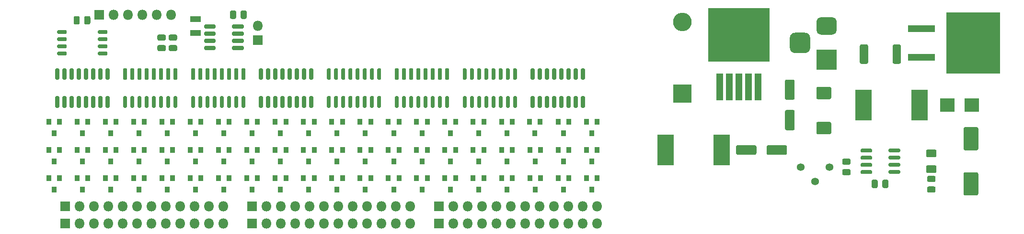
<source format=gbr>
%TF.GenerationSoftware,KiCad,Pcbnew,(5.1.5-131-g305ed0b65)-1*%
%TF.CreationDate,2020-09-08T16:10:38+08:00*%
%TF.ProjectId,NixieController,4e697869-6543-46f6-9e74-726f6c6c6572,rev?*%
%TF.SameCoordinates,Original*%
%TF.FileFunction,Soldermask,Top*%
%TF.FilePolarity,Negative*%
%FSLAX46Y46*%
G04 Gerber Fmt 4.6, Leading zero omitted, Abs format (unit mm)*
G04 Created by KiCad (PCBNEW (5.1.5-131-g305ed0b65)-1) date 2020-09-08 16:10:38*
%MOMM*%
%LPD*%
G01*
G04 APERTURE LIST*
%ADD10O,1.800000X1.800000*%
%ADD11R,1.800000X1.800000*%
%ADD12R,2.600000X2.400000*%
%ADD13R,3.600000X3.600000*%
%ADD14R,3.000000X5.500000*%
%ADD15R,4.700000X1.200000*%
%ADD16R,9.500000X10.900000*%
%ADD17C,1.360000*%
%ADD18R,3.300000X3.300000*%
%ADD19O,3.300000X3.300000*%
%ADD20R,0.900000X1.000000*%
%ADD21R,1.200000X4.700000*%
%ADD22R,10.900000X9.500000*%
%ADD23R,1.900000X1.100000*%
G04 APERTURE END LIST*
%TO.C,C7*%
G36*
G01*
X73412500Y-77518750D02*
X73412500Y-78481250D01*
G75*
G02*
X73143750Y-78750000I-268750J0D01*
G01*
X72606250Y-78750000D01*
G75*
G02*
X72337500Y-78481250I0J268750D01*
G01*
X72337500Y-77518750D01*
G75*
G02*
X72606250Y-77250000I268750J0D01*
G01*
X73143750Y-77250000D01*
G75*
G02*
X73412500Y-77518750I0J-268750D01*
G01*
G37*
G36*
G01*
X71537500Y-77518750D02*
X71537500Y-78481250D01*
G75*
G02*
X71268750Y-78750000I-268750J0D01*
G01*
X70731250Y-78750000D01*
G75*
G02*
X70462500Y-78481250I0J268750D01*
G01*
X70462500Y-77518750D01*
G75*
G02*
X70731250Y-77250000I268750J0D01*
G01*
X71268750Y-77250000D01*
G75*
G02*
X71537500Y-77518750I0J-268750D01*
G01*
G37*
%TD*%
D10*
%TO.C,J8*%
X103000000Y-79000000D03*
D11*
X103000000Y-81540000D03*
%TD*%
%TO.C,C3*%
G36*
G01*
X201937048Y-89800000D02*
X204062952Y-89800000D01*
G75*
G02*
X204325000Y-90062048I0J-262048D01*
G01*
X204325000Y-91712952D01*
G75*
G02*
X204062952Y-91975000I-262048J0D01*
G01*
X201937048Y-91975000D01*
G75*
G02*
X201675000Y-91712952I0J262048D01*
G01*
X201675000Y-90062048D01*
G75*
G02*
X201937048Y-89800000I262048J0D01*
G01*
G37*
G36*
G01*
X201937048Y-96025000D02*
X204062952Y-96025000D01*
G75*
G02*
X204325000Y-96287048I0J-262048D01*
G01*
X204325000Y-97937952D01*
G75*
G02*
X204062952Y-98200000I-262048J0D01*
G01*
X201937048Y-98200000D01*
G75*
G02*
X201675000Y-97937952I0J262048D01*
G01*
X201675000Y-96287048D01*
G75*
G02*
X201937048Y-96025000I262048J0D01*
G01*
G37*
%TD*%
%TO.C,C4*%
G36*
G01*
X206518750Y-104400000D02*
X207481250Y-104400000D01*
G75*
G02*
X207750000Y-104668750I0J-268750D01*
G01*
X207750000Y-105206250D01*
G75*
G02*
X207481250Y-105475000I-268750J0D01*
G01*
X206518750Y-105475000D01*
G75*
G02*
X206250000Y-105206250I0J268750D01*
G01*
X206250000Y-104668750D01*
G75*
G02*
X206518750Y-104400000I268750J0D01*
G01*
G37*
G36*
G01*
X206518750Y-102525000D02*
X207481250Y-102525000D01*
G75*
G02*
X207750000Y-102793750I0J-268750D01*
G01*
X207750000Y-103331250D01*
G75*
G02*
X207481250Y-103600000I-268750J0D01*
G01*
X206518750Y-103600000D01*
G75*
G02*
X206250000Y-103331250I0J268750D01*
G01*
X206250000Y-102793750D01*
G75*
G02*
X206518750Y-102525000I268750J0D01*
G01*
G37*
%TD*%
%TO.C,C5*%
G36*
G01*
X214412500Y-106518750D02*
X214412500Y-107481250D01*
G75*
G02*
X214143750Y-107750000I-268750J0D01*
G01*
X213606250Y-107750000D01*
G75*
G02*
X213337500Y-107481250I0J268750D01*
G01*
X213337500Y-106518750D01*
G75*
G02*
X213606250Y-106250000I268750J0D01*
G01*
X214143750Y-106250000D01*
G75*
G02*
X214412500Y-106518750I0J-268750D01*
G01*
G37*
G36*
G01*
X212537500Y-106518750D02*
X212537500Y-107481250D01*
G75*
G02*
X212268750Y-107750000I-268750J0D01*
G01*
X211731250Y-107750000D01*
G75*
G02*
X211462500Y-107481250I0J268750D01*
G01*
X211462500Y-106518750D01*
G75*
G02*
X211731250Y-106250000I268750J0D01*
G01*
X212268750Y-106250000D01*
G75*
G02*
X212537500Y-106518750I0J-268750D01*
G01*
G37*
%TD*%
%TO.C,C6*%
G36*
G01*
X227960000Y-96950000D02*
X230040000Y-96950000D01*
G75*
G02*
X230300000Y-97210000I0J-260000D01*
G01*
X230300000Y-100790000D01*
G75*
G02*
X230040000Y-101050000I-260000J0D01*
G01*
X227960000Y-101050000D01*
G75*
G02*
X227700000Y-100790000I0J260000D01*
G01*
X227700000Y-97210000D01*
G75*
G02*
X227960000Y-96950000I260000J0D01*
G01*
G37*
G36*
G01*
X227960000Y-104950000D02*
X230040000Y-104950000D01*
G75*
G02*
X230300000Y-105210000I0J-260000D01*
G01*
X230300000Y-108790000D01*
G75*
G02*
X230040000Y-109050000I-260000J0D01*
G01*
X227960000Y-109050000D01*
G75*
G02*
X227700000Y-108790000I0J260000D01*
G01*
X227700000Y-105210000D01*
G75*
G02*
X227960000Y-104950000I260000J0D01*
G01*
G37*
%TD*%
D12*
%TO.C,D2*%
X229150000Y-93000000D03*
X224850000Y-93000000D03*
%TD*%
D13*
%TO.C,J7*%
X203500000Y-85000000D03*
G36*
G01*
X202475000Y-77450000D02*
X204525000Y-77450000D01*
G75*
G02*
X205300000Y-78225000I0J-775000D01*
G01*
X205300000Y-79775000D01*
G75*
G02*
X204525000Y-80550000I-775000J0D01*
G01*
X202475000Y-80550000D01*
G75*
G02*
X201700000Y-79775000I0J775000D01*
G01*
X201700000Y-78225000D01*
G75*
G02*
X202475000Y-77450000I775000J0D01*
G01*
G37*
G36*
G01*
X197900000Y-80200000D02*
X199700000Y-80200000D01*
G75*
G02*
X200600000Y-81100000I0J-900000D01*
G01*
X200600000Y-82900000D01*
G75*
G02*
X199700000Y-83800000I-900000J0D01*
G01*
X197900000Y-83800000D01*
G75*
G02*
X197000000Y-82900000I0J900000D01*
G01*
X197000000Y-81100000D01*
G75*
G02*
X197900000Y-80200000I900000J0D01*
G01*
G37*
%TD*%
D14*
%TO.C,L2*%
X210050000Y-93000000D03*
X219950000Y-93000000D03*
%TD*%
D15*
%TO.C,Q1*%
X220225000Y-79460000D03*
X220225000Y-84540000D03*
D16*
X229375000Y-82000000D03*
%TD*%
%TO.C,R3*%
G36*
G01*
X216625000Y-82543518D02*
X216625000Y-85456482D01*
G75*
G02*
X216356482Y-85725000I-268518J0D01*
G01*
X215443518Y-85725000D01*
G75*
G02*
X215175000Y-85456482I0J268518D01*
G01*
X215175000Y-82543518D01*
G75*
G02*
X215443518Y-82275000I268518J0D01*
G01*
X216356482Y-82275000D01*
G75*
G02*
X216625000Y-82543518I0J-268518D01*
G01*
G37*
G36*
G01*
X210825000Y-82543518D02*
X210825000Y-85456482D01*
G75*
G02*
X210556482Y-85725000I-268518J0D01*
G01*
X209643518Y-85725000D01*
G75*
G02*
X209375000Y-85456482I0J268518D01*
G01*
X209375000Y-82543518D01*
G75*
G02*
X209643518Y-82275000I268518J0D01*
G01*
X210556482Y-82275000D01*
G75*
G02*
X210825000Y-82543518I0J-268518D01*
G01*
G37*
%TD*%
%TO.C,R4*%
G36*
G01*
X221345000Y-100925000D02*
X222655000Y-100925000D01*
G75*
G02*
X222925000Y-101195000I0J-270000D01*
G01*
X222925000Y-102005000D01*
G75*
G02*
X222655000Y-102275000I-270000J0D01*
G01*
X221345000Y-102275000D01*
G75*
G02*
X221075000Y-102005000I0J270000D01*
G01*
X221075000Y-101195000D01*
G75*
G02*
X221345000Y-100925000I270000J0D01*
G01*
G37*
G36*
G01*
X221345000Y-103725000D02*
X222655000Y-103725000D01*
G75*
G02*
X222925000Y-103995000I0J-270000D01*
G01*
X222925000Y-104805000D01*
G75*
G02*
X222655000Y-105075000I-270000J0D01*
G01*
X221345000Y-105075000D01*
G75*
G02*
X221075000Y-104805000I0J270000D01*
G01*
X221075000Y-103995000D01*
G75*
G02*
X221345000Y-103725000I270000J0D01*
G01*
G37*
%TD*%
%TO.C,R5*%
G36*
G01*
X221518750Y-105587500D02*
X222481250Y-105587500D01*
G75*
G02*
X222750000Y-105856250I0J-268750D01*
G01*
X222750000Y-106393750D01*
G75*
G02*
X222481250Y-106662500I-268750J0D01*
G01*
X221518750Y-106662500D01*
G75*
G02*
X221250000Y-106393750I0J268750D01*
G01*
X221250000Y-105856250D01*
G75*
G02*
X221518750Y-105587500I268750J0D01*
G01*
G37*
G36*
G01*
X221518750Y-107462500D02*
X222481250Y-107462500D01*
G75*
G02*
X222750000Y-107731250I0J-268750D01*
G01*
X222750000Y-108268750D01*
G75*
G02*
X222481250Y-108537500I-268750J0D01*
G01*
X221518750Y-108537500D01*
G75*
G02*
X221250000Y-108268750I0J268750D01*
G01*
X221250000Y-107731250D01*
G75*
G02*
X221518750Y-107462500I268750J0D01*
G01*
G37*
%TD*%
%TO.C,U4*%
G36*
G01*
X209500000Y-101270000D02*
X209500000Y-100920000D01*
G75*
G02*
X209675000Y-100745000I175000J0D01*
G01*
X211375000Y-100745000D01*
G75*
G02*
X211550000Y-100920000I0J-175000D01*
G01*
X211550000Y-101270000D01*
G75*
G02*
X211375000Y-101445000I-175000J0D01*
G01*
X209675000Y-101445000D01*
G75*
G02*
X209500000Y-101270000I0J175000D01*
G01*
G37*
G36*
G01*
X209500000Y-102540000D02*
X209500000Y-102190000D01*
G75*
G02*
X209675000Y-102015000I175000J0D01*
G01*
X211375000Y-102015000D01*
G75*
G02*
X211550000Y-102190000I0J-175000D01*
G01*
X211550000Y-102540000D01*
G75*
G02*
X211375000Y-102715000I-175000J0D01*
G01*
X209675000Y-102715000D01*
G75*
G02*
X209500000Y-102540000I0J175000D01*
G01*
G37*
G36*
G01*
X209500000Y-103810000D02*
X209500000Y-103460000D01*
G75*
G02*
X209675000Y-103285000I175000J0D01*
G01*
X211375000Y-103285000D01*
G75*
G02*
X211550000Y-103460000I0J-175000D01*
G01*
X211550000Y-103810000D01*
G75*
G02*
X211375000Y-103985000I-175000J0D01*
G01*
X209675000Y-103985000D01*
G75*
G02*
X209500000Y-103810000I0J175000D01*
G01*
G37*
G36*
G01*
X209500000Y-105080000D02*
X209500000Y-104730000D01*
G75*
G02*
X209675000Y-104555000I175000J0D01*
G01*
X211375000Y-104555000D01*
G75*
G02*
X211550000Y-104730000I0J-175000D01*
G01*
X211550000Y-105080000D01*
G75*
G02*
X211375000Y-105255000I-175000J0D01*
G01*
X209675000Y-105255000D01*
G75*
G02*
X209500000Y-105080000I0J175000D01*
G01*
G37*
G36*
G01*
X214450000Y-105080000D02*
X214450000Y-104730000D01*
G75*
G02*
X214625000Y-104555000I175000J0D01*
G01*
X216325000Y-104555000D01*
G75*
G02*
X216500000Y-104730000I0J-175000D01*
G01*
X216500000Y-105080000D01*
G75*
G02*
X216325000Y-105255000I-175000J0D01*
G01*
X214625000Y-105255000D01*
G75*
G02*
X214450000Y-105080000I0J175000D01*
G01*
G37*
G36*
G01*
X214450000Y-103810000D02*
X214450000Y-103460000D01*
G75*
G02*
X214625000Y-103285000I175000J0D01*
G01*
X216325000Y-103285000D01*
G75*
G02*
X216500000Y-103460000I0J-175000D01*
G01*
X216500000Y-103810000D01*
G75*
G02*
X216325000Y-103985000I-175000J0D01*
G01*
X214625000Y-103985000D01*
G75*
G02*
X214450000Y-103810000I0J175000D01*
G01*
G37*
G36*
G01*
X214450000Y-102540000D02*
X214450000Y-102190000D01*
G75*
G02*
X214625000Y-102015000I175000J0D01*
G01*
X216325000Y-102015000D01*
G75*
G02*
X216500000Y-102190000I0J-175000D01*
G01*
X216500000Y-102540000D01*
G75*
G02*
X216325000Y-102715000I-175000J0D01*
G01*
X214625000Y-102715000D01*
G75*
G02*
X214450000Y-102540000I0J175000D01*
G01*
G37*
G36*
G01*
X214450000Y-101270000D02*
X214450000Y-100920000D01*
G75*
G02*
X214625000Y-100745000I175000J0D01*
G01*
X216325000Y-100745000D01*
G75*
G02*
X216500000Y-100920000I0J-175000D01*
G01*
X216500000Y-101270000D01*
G75*
G02*
X216325000Y-101445000I-175000J0D01*
G01*
X214625000Y-101445000D01*
G75*
G02*
X214450000Y-101270000I0J175000D01*
G01*
G37*
%TD*%
D17*
%TO.C,RV1*%
X198920000Y-104000000D03*
X201460000Y-106540000D03*
X204000000Y-104000000D03*
%TD*%
D18*
%TO.C,D1*%
X178000000Y-91000000D03*
D19*
X178000000Y-78300000D03*
%TD*%
D14*
%TO.C,L1*%
X175050000Y-101000000D03*
X184950000Y-101000000D03*
%TD*%
D20*
%TO.C,Q2*%
X67000000Y-108000000D03*
X66050000Y-106000000D03*
X67950000Y-106000000D03*
%TD*%
%TO.C,Q3*%
X67950000Y-101000000D03*
X66050000Y-101000000D03*
X67000000Y-103000000D03*
%TD*%
%TO.C,Q4*%
X67000000Y-98000000D03*
X66050000Y-96000000D03*
X67950000Y-96000000D03*
%TD*%
%TO.C,Q5*%
X72950000Y-106000000D03*
X71050000Y-106000000D03*
X72000000Y-108000000D03*
%TD*%
%TO.C,Q6*%
X72000000Y-103000000D03*
X71050000Y-101000000D03*
X72950000Y-101000000D03*
%TD*%
%TO.C,Q7*%
X72950000Y-96000000D03*
X71050000Y-96000000D03*
X72000000Y-98000000D03*
%TD*%
%TO.C,Q8*%
X77000000Y-108000000D03*
X76050000Y-106000000D03*
X77950000Y-106000000D03*
%TD*%
%TO.C,Q9*%
X77950000Y-101000000D03*
X76050000Y-101000000D03*
X77000000Y-103000000D03*
%TD*%
%TO.C,Q10*%
X77000000Y-98000000D03*
X76050000Y-96000000D03*
X77950000Y-96000000D03*
%TD*%
%TO.C,Q11*%
X82000000Y-108000000D03*
X81050000Y-106000000D03*
X82950000Y-106000000D03*
%TD*%
%TO.C,Q12*%
X82000000Y-103000000D03*
X81050000Y-101000000D03*
X82950000Y-101000000D03*
%TD*%
%TO.C,Q13*%
X82950000Y-96000000D03*
X81050000Y-96000000D03*
X82000000Y-98000000D03*
%TD*%
%TO.C,Q14*%
X87000000Y-108000000D03*
X86050000Y-106000000D03*
X87950000Y-106000000D03*
%TD*%
%TO.C,Q15*%
X87950000Y-101000000D03*
X86050000Y-101000000D03*
X87000000Y-103000000D03*
%TD*%
%TO.C,Q16*%
X87000000Y-98000000D03*
X86050000Y-96000000D03*
X87950000Y-96000000D03*
%TD*%
%TO.C,Q17*%
X92950000Y-106000000D03*
X91050000Y-106000000D03*
X92000000Y-108000000D03*
%TD*%
%TO.C,Q18*%
X92000000Y-103000000D03*
X91050000Y-101000000D03*
X92950000Y-101000000D03*
%TD*%
%TO.C,Q19*%
X92950000Y-96000000D03*
X91050000Y-96000000D03*
X92000000Y-98000000D03*
%TD*%
%TO.C,Q20*%
X97000000Y-108000000D03*
X96050000Y-106000000D03*
X97950000Y-106000000D03*
%TD*%
%TO.C,Q21*%
X97950000Y-101000000D03*
X96050000Y-101000000D03*
X97000000Y-103000000D03*
%TD*%
%TO.C,Q22*%
X97000000Y-98000000D03*
X96050000Y-96000000D03*
X97950000Y-96000000D03*
%TD*%
%TO.C,Q23*%
X102950000Y-106000000D03*
X101050000Y-106000000D03*
X102000000Y-108000000D03*
%TD*%
%TO.C,Q24*%
X102000000Y-103000000D03*
X101050000Y-101000000D03*
X102950000Y-101000000D03*
%TD*%
%TO.C,Q25*%
X102950000Y-96000000D03*
X101050000Y-96000000D03*
X102000000Y-98000000D03*
%TD*%
%TO.C,Q26*%
X107000000Y-108000000D03*
X106050000Y-106000000D03*
X107950000Y-106000000D03*
%TD*%
%TO.C,Q27*%
X107950000Y-101000000D03*
X106050000Y-101000000D03*
X107000000Y-103000000D03*
%TD*%
%TO.C,Q28*%
X107000000Y-98000000D03*
X106050000Y-96000000D03*
X107950000Y-96000000D03*
%TD*%
%TO.C,Q29*%
X112950000Y-106000000D03*
X111050000Y-106000000D03*
X112000000Y-108000000D03*
%TD*%
%TO.C,Q30*%
X112950000Y-101000000D03*
X111050000Y-101000000D03*
X112000000Y-103000000D03*
%TD*%
%TO.C,Q31*%
X112950000Y-96000000D03*
X111050000Y-96000000D03*
X112000000Y-98000000D03*
%TD*%
%TO.C,Q32*%
X117000000Y-108000000D03*
X116050000Y-106000000D03*
X117950000Y-106000000D03*
%TD*%
%TO.C,Q33*%
X117950000Y-101000000D03*
X116050000Y-101000000D03*
X117000000Y-103000000D03*
%TD*%
%TO.C,Q34*%
X117000000Y-98000000D03*
X116050000Y-96000000D03*
X117950000Y-96000000D03*
%TD*%
%TO.C,Q35*%
X122950000Y-106000000D03*
X121050000Y-106000000D03*
X122000000Y-108000000D03*
%TD*%
%TO.C,Q36*%
X122000000Y-103000000D03*
X121050000Y-101000000D03*
X122950000Y-101000000D03*
%TD*%
%TO.C,Q37*%
X122000000Y-98000000D03*
X121050000Y-96000000D03*
X122950000Y-96000000D03*
%TD*%
%TO.C,Q38*%
X127950000Y-106000000D03*
X126050000Y-106000000D03*
X127000000Y-108000000D03*
%TD*%
%TO.C,Q39*%
X127000000Y-103000000D03*
X126050000Y-101000000D03*
X127950000Y-101000000D03*
%TD*%
%TO.C,Q40*%
X127950000Y-96000000D03*
X126050000Y-96000000D03*
X127000000Y-98000000D03*
%TD*%
%TO.C,Q41*%
X132000000Y-108000000D03*
X131050000Y-106000000D03*
X132950000Y-106000000D03*
%TD*%
%TO.C,Q42*%
X132950000Y-101000000D03*
X131050000Y-101000000D03*
X132000000Y-103000000D03*
%TD*%
%TO.C,Q43*%
X132000000Y-98000000D03*
X131050000Y-96000000D03*
X132950000Y-96000000D03*
%TD*%
%TO.C,Q44*%
X137950000Y-106000000D03*
X136050000Y-106000000D03*
X137000000Y-108000000D03*
%TD*%
%TO.C,Q45*%
X137000000Y-103000000D03*
X136050000Y-101000000D03*
X137950000Y-101000000D03*
%TD*%
%TO.C,Q46*%
X137950000Y-96000000D03*
X136050000Y-96000000D03*
X137000000Y-98000000D03*
%TD*%
%TO.C,Q47*%
X142000000Y-108000000D03*
X141050000Y-106000000D03*
X142950000Y-106000000D03*
%TD*%
%TO.C,Q48*%
X142950000Y-101000000D03*
X141050000Y-101000000D03*
X142000000Y-103000000D03*
%TD*%
%TO.C,Q49*%
X142950000Y-96000000D03*
X141050000Y-96000000D03*
X142000000Y-98000000D03*
%TD*%
%TO.C,Q50*%
X147950000Y-106000000D03*
X146050000Y-106000000D03*
X147000000Y-108000000D03*
%TD*%
%TO.C,Q51*%
X147000000Y-103000000D03*
X146050000Y-101000000D03*
X147950000Y-101000000D03*
%TD*%
%TO.C,Q52*%
X147950000Y-96000000D03*
X146050000Y-96000000D03*
X147000000Y-98000000D03*
%TD*%
%TO.C,Q53*%
X152000000Y-108000000D03*
X151050000Y-106000000D03*
X152950000Y-106000000D03*
%TD*%
%TO.C,Q54*%
X152950000Y-101000000D03*
X151050000Y-101000000D03*
X152000000Y-103000000D03*
%TD*%
%TO.C,Q55*%
X151950000Y-98000000D03*
X151000000Y-96000000D03*
X152900000Y-96000000D03*
%TD*%
%TO.C,Q56*%
X157950000Y-106000000D03*
X156050000Y-106000000D03*
X157000000Y-108000000D03*
%TD*%
%TO.C,Q57*%
X157000000Y-103000000D03*
X156050000Y-101000000D03*
X157950000Y-101000000D03*
%TD*%
%TO.C,Q58*%
X157950000Y-96000000D03*
X156050000Y-96000000D03*
X157000000Y-98000000D03*
%TD*%
%TO.C,Q59*%
X162000000Y-108000000D03*
X161050000Y-106000000D03*
X162950000Y-106000000D03*
%TD*%
%TO.C,Q60*%
X162950000Y-101000000D03*
X161050000Y-101000000D03*
X162000000Y-103000000D03*
%TD*%
%TO.C,Q61*%
X162000000Y-98000000D03*
X161050000Y-96000000D03*
X162950000Y-96000000D03*
%TD*%
%TO.C,R1*%
G36*
G01*
X85518750Y-80525000D02*
X86481250Y-80525000D01*
G75*
G02*
X86750000Y-80793750I0J-268750D01*
G01*
X86750000Y-81331250D01*
G75*
G02*
X86481250Y-81600000I-268750J0D01*
G01*
X85518750Y-81600000D01*
G75*
G02*
X85250000Y-81331250I0J268750D01*
G01*
X85250000Y-80793750D01*
G75*
G02*
X85518750Y-80525000I268750J0D01*
G01*
G37*
G36*
G01*
X85518750Y-82400000D02*
X86481250Y-82400000D01*
G75*
G02*
X86750000Y-82668750I0J-268750D01*
G01*
X86750000Y-83206250D01*
G75*
G02*
X86481250Y-83475000I-268750J0D01*
G01*
X85518750Y-83475000D01*
G75*
G02*
X85250000Y-83206250I0J268750D01*
G01*
X85250000Y-82668750D01*
G75*
G02*
X85518750Y-82400000I268750J0D01*
G01*
G37*
%TD*%
%TO.C,R2*%
G36*
G01*
X87518750Y-82400000D02*
X88481250Y-82400000D01*
G75*
G02*
X88750000Y-82668750I0J-268750D01*
G01*
X88750000Y-83206250D01*
G75*
G02*
X88481250Y-83475000I-268750J0D01*
G01*
X87518750Y-83475000D01*
G75*
G02*
X87250000Y-83206250I0J268750D01*
G01*
X87250000Y-82668750D01*
G75*
G02*
X87518750Y-82400000I268750J0D01*
G01*
G37*
G36*
G01*
X87518750Y-80525000D02*
X88481250Y-80525000D01*
G75*
G02*
X88750000Y-80793750I0J-268750D01*
G01*
X88750000Y-81331250D01*
G75*
G02*
X88481250Y-81600000I-268750J0D01*
G01*
X87518750Y-81600000D01*
G75*
G02*
X87250000Y-81331250I0J268750D01*
G01*
X87250000Y-80793750D01*
G75*
G02*
X87518750Y-80525000I268750J0D01*
G01*
G37*
%TD*%
%TO.C,U1*%
G36*
G01*
X67550000Y-80270000D02*
X67550000Y-79920000D01*
G75*
G02*
X67725000Y-79745000I175000J0D01*
G01*
X69075000Y-79745000D01*
G75*
G02*
X69250000Y-79920000I0J-175000D01*
G01*
X69250000Y-80270000D01*
G75*
G02*
X69075000Y-80445000I-175000J0D01*
G01*
X67725000Y-80445000D01*
G75*
G02*
X67550000Y-80270000I0J175000D01*
G01*
G37*
G36*
G01*
X67550000Y-81540000D02*
X67550000Y-81190000D01*
G75*
G02*
X67725000Y-81015000I175000J0D01*
G01*
X69075000Y-81015000D01*
G75*
G02*
X69250000Y-81190000I0J-175000D01*
G01*
X69250000Y-81540000D01*
G75*
G02*
X69075000Y-81715000I-175000J0D01*
G01*
X67725000Y-81715000D01*
G75*
G02*
X67550000Y-81540000I0J175000D01*
G01*
G37*
G36*
G01*
X67550000Y-82810000D02*
X67550000Y-82460000D01*
G75*
G02*
X67725000Y-82285000I175000J0D01*
G01*
X69075000Y-82285000D01*
G75*
G02*
X69250000Y-82460000I0J-175000D01*
G01*
X69250000Y-82810000D01*
G75*
G02*
X69075000Y-82985000I-175000J0D01*
G01*
X67725000Y-82985000D01*
G75*
G02*
X67550000Y-82810000I0J175000D01*
G01*
G37*
G36*
G01*
X67550000Y-84080000D02*
X67550000Y-83730000D01*
G75*
G02*
X67725000Y-83555000I175000J0D01*
G01*
X69075000Y-83555000D01*
G75*
G02*
X69250000Y-83730000I0J-175000D01*
G01*
X69250000Y-84080000D01*
G75*
G02*
X69075000Y-84255000I-175000J0D01*
G01*
X67725000Y-84255000D01*
G75*
G02*
X67550000Y-84080000I0J175000D01*
G01*
G37*
G36*
G01*
X74750000Y-84080000D02*
X74750000Y-83730000D01*
G75*
G02*
X74925000Y-83555000I175000J0D01*
G01*
X76275000Y-83555000D01*
G75*
G02*
X76450000Y-83730000I0J-175000D01*
G01*
X76450000Y-84080000D01*
G75*
G02*
X76275000Y-84255000I-175000J0D01*
G01*
X74925000Y-84255000D01*
G75*
G02*
X74750000Y-84080000I0J175000D01*
G01*
G37*
G36*
G01*
X74750000Y-82810000D02*
X74750000Y-82460000D01*
G75*
G02*
X74925000Y-82285000I175000J0D01*
G01*
X76275000Y-82285000D01*
G75*
G02*
X76450000Y-82460000I0J-175000D01*
G01*
X76450000Y-82810000D01*
G75*
G02*
X76275000Y-82985000I-175000J0D01*
G01*
X74925000Y-82985000D01*
G75*
G02*
X74750000Y-82810000I0J175000D01*
G01*
G37*
G36*
G01*
X74750000Y-81540000D02*
X74750000Y-81190000D01*
G75*
G02*
X74925000Y-81015000I175000J0D01*
G01*
X76275000Y-81015000D01*
G75*
G02*
X76450000Y-81190000I0J-175000D01*
G01*
X76450000Y-81540000D01*
G75*
G02*
X76275000Y-81715000I-175000J0D01*
G01*
X74925000Y-81715000D01*
G75*
G02*
X74750000Y-81540000I0J175000D01*
G01*
G37*
G36*
G01*
X74750000Y-80270000D02*
X74750000Y-79920000D01*
G75*
G02*
X74925000Y-79745000I175000J0D01*
G01*
X76275000Y-79745000D01*
G75*
G02*
X76450000Y-79920000I0J-175000D01*
G01*
X76450000Y-80270000D01*
G75*
G02*
X76275000Y-80445000I-175000J0D01*
G01*
X74925000Y-80445000D01*
G75*
G02*
X74750000Y-80270000I0J175000D01*
G01*
G37*
%TD*%
%TO.C,U2*%
G36*
G01*
X93500000Y-79270000D02*
X93500000Y-78920000D01*
G75*
G02*
X93675000Y-78745000I175000J0D01*
G01*
X95375000Y-78745000D01*
G75*
G02*
X95550000Y-78920000I0J-175000D01*
G01*
X95550000Y-79270000D01*
G75*
G02*
X95375000Y-79445000I-175000J0D01*
G01*
X93675000Y-79445000D01*
G75*
G02*
X93500000Y-79270000I0J175000D01*
G01*
G37*
G36*
G01*
X93500000Y-80540000D02*
X93500000Y-80190000D01*
G75*
G02*
X93675000Y-80015000I175000J0D01*
G01*
X95375000Y-80015000D01*
G75*
G02*
X95550000Y-80190000I0J-175000D01*
G01*
X95550000Y-80540000D01*
G75*
G02*
X95375000Y-80715000I-175000J0D01*
G01*
X93675000Y-80715000D01*
G75*
G02*
X93500000Y-80540000I0J175000D01*
G01*
G37*
G36*
G01*
X93500000Y-81810000D02*
X93500000Y-81460000D01*
G75*
G02*
X93675000Y-81285000I175000J0D01*
G01*
X95375000Y-81285000D01*
G75*
G02*
X95550000Y-81460000I0J-175000D01*
G01*
X95550000Y-81810000D01*
G75*
G02*
X95375000Y-81985000I-175000J0D01*
G01*
X93675000Y-81985000D01*
G75*
G02*
X93500000Y-81810000I0J175000D01*
G01*
G37*
G36*
G01*
X93500000Y-83080000D02*
X93500000Y-82730000D01*
G75*
G02*
X93675000Y-82555000I175000J0D01*
G01*
X95375000Y-82555000D01*
G75*
G02*
X95550000Y-82730000I0J-175000D01*
G01*
X95550000Y-83080000D01*
G75*
G02*
X95375000Y-83255000I-175000J0D01*
G01*
X93675000Y-83255000D01*
G75*
G02*
X93500000Y-83080000I0J175000D01*
G01*
G37*
G36*
G01*
X98450000Y-83080000D02*
X98450000Y-82730000D01*
G75*
G02*
X98625000Y-82555000I175000J0D01*
G01*
X100325000Y-82555000D01*
G75*
G02*
X100500000Y-82730000I0J-175000D01*
G01*
X100500000Y-83080000D01*
G75*
G02*
X100325000Y-83255000I-175000J0D01*
G01*
X98625000Y-83255000D01*
G75*
G02*
X98450000Y-83080000I0J175000D01*
G01*
G37*
G36*
G01*
X98450000Y-81810000D02*
X98450000Y-81460000D01*
G75*
G02*
X98625000Y-81285000I175000J0D01*
G01*
X100325000Y-81285000D01*
G75*
G02*
X100500000Y-81460000I0J-175000D01*
G01*
X100500000Y-81810000D01*
G75*
G02*
X100325000Y-81985000I-175000J0D01*
G01*
X98625000Y-81985000D01*
G75*
G02*
X98450000Y-81810000I0J175000D01*
G01*
G37*
G36*
G01*
X98450000Y-80540000D02*
X98450000Y-80190000D01*
G75*
G02*
X98625000Y-80015000I175000J0D01*
G01*
X100325000Y-80015000D01*
G75*
G02*
X100500000Y-80190000I0J-175000D01*
G01*
X100500000Y-80540000D01*
G75*
G02*
X100325000Y-80715000I-175000J0D01*
G01*
X98625000Y-80715000D01*
G75*
G02*
X98450000Y-80540000I0J175000D01*
G01*
G37*
G36*
G01*
X98450000Y-79270000D02*
X98450000Y-78920000D01*
G75*
G02*
X98625000Y-78745000I175000J0D01*
G01*
X100325000Y-78745000D01*
G75*
G02*
X100500000Y-78920000I0J-175000D01*
G01*
X100500000Y-79270000D01*
G75*
G02*
X100325000Y-79445000I-175000J0D01*
G01*
X98625000Y-79445000D01*
G75*
G02*
X98450000Y-79270000I0J175000D01*
G01*
G37*
%TD*%
D21*
%TO.C,U3*%
X184600000Y-89775000D03*
X186300000Y-89775000D03*
X188000000Y-89775000D03*
X189700000Y-89775000D03*
X191400000Y-89775000D03*
D22*
X188000000Y-80625000D03*
%TD*%
%TO.C,U5*%
G36*
G01*
X67730000Y-88550000D02*
X67380000Y-88550000D01*
G75*
G02*
X67205000Y-88375000I0J175000D01*
G01*
X67205000Y-86675000D01*
G75*
G02*
X67380000Y-86500000I175000J0D01*
G01*
X67730000Y-86500000D01*
G75*
G02*
X67905000Y-86675000I0J-175000D01*
G01*
X67905000Y-88375000D01*
G75*
G02*
X67730000Y-88550000I-175000J0D01*
G01*
G37*
G36*
G01*
X69000000Y-88550000D02*
X68650000Y-88550000D01*
G75*
G02*
X68475000Y-88375000I0J175000D01*
G01*
X68475000Y-86675000D01*
G75*
G02*
X68650000Y-86500000I175000J0D01*
G01*
X69000000Y-86500000D01*
G75*
G02*
X69175000Y-86675000I0J-175000D01*
G01*
X69175000Y-88375000D01*
G75*
G02*
X69000000Y-88550000I-175000J0D01*
G01*
G37*
G36*
G01*
X70270000Y-88550000D02*
X69920000Y-88550000D01*
G75*
G02*
X69745000Y-88375000I0J175000D01*
G01*
X69745000Y-86675000D01*
G75*
G02*
X69920000Y-86500000I175000J0D01*
G01*
X70270000Y-86500000D01*
G75*
G02*
X70445000Y-86675000I0J-175000D01*
G01*
X70445000Y-88375000D01*
G75*
G02*
X70270000Y-88550000I-175000J0D01*
G01*
G37*
G36*
G01*
X71540000Y-88550000D02*
X71190000Y-88550000D01*
G75*
G02*
X71015000Y-88375000I0J175000D01*
G01*
X71015000Y-86675000D01*
G75*
G02*
X71190000Y-86500000I175000J0D01*
G01*
X71540000Y-86500000D01*
G75*
G02*
X71715000Y-86675000I0J-175000D01*
G01*
X71715000Y-88375000D01*
G75*
G02*
X71540000Y-88550000I-175000J0D01*
G01*
G37*
G36*
G01*
X72810000Y-88550000D02*
X72460000Y-88550000D01*
G75*
G02*
X72285000Y-88375000I0J175000D01*
G01*
X72285000Y-86675000D01*
G75*
G02*
X72460000Y-86500000I175000J0D01*
G01*
X72810000Y-86500000D01*
G75*
G02*
X72985000Y-86675000I0J-175000D01*
G01*
X72985000Y-88375000D01*
G75*
G02*
X72810000Y-88550000I-175000J0D01*
G01*
G37*
G36*
G01*
X74080000Y-88550000D02*
X73730000Y-88550000D01*
G75*
G02*
X73555000Y-88375000I0J175000D01*
G01*
X73555000Y-86675000D01*
G75*
G02*
X73730000Y-86500000I175000J0D01*
G01*
X74080000Y-86500000D01*
G75*
G02*
X74255000Y-86675000I0J-175000D01*
G01*
X74255000Y-88375000D01*
G75*
G02*
X74080000Y-88550000I-175000J0D01*
G01*
G37*
G36*
G01*
X75350000Y-88550000D02*
X75000000Y-88550000D01*
G75*
G02*
X74825000Y-88375000I0J175000D01*
G01*
X74825000Y-86675000D01*
G75*
G02*
X75000000Y-86500000I175000J0D01*
G01*
X75350000Y-86500000D01*
G75*
G02*
X75525000Y-86675000I0J-175000D01*
G01*
X75525000Y-88375000D01*
G75*
G02*
X75350000Y-88550000I-175000J0D01*
G01*
G37*
G36*
G01*
X76620000Y-88550000D02*
X76270000Y-88550000D01*
G75*
G02*
X76095000Y-88375000I0J175000D01*
G01*
X76095000Y-86675000D01*
G75*
G02*
X76270000Y-86500000I175000J0D01*
G01*
X76620000Y-86500000D01*
G75*
G02*
X76795000Y-86675000I0J-175000D01*
G01*
X76795000Y-88375000D01*
G75*
G02*
X76620000Y-88550000I-175000J0D01*
G01*
G37*
G36*
G01*
X76620000Y-93500000D02*
X76270000Y-93500000D01*
G75*
G02*
X76095000Y-93325000I0J175000D01*
G01*
X76095000Y-91625000D01*
G75*
G02*
X76270000Y-91450000I175000J0D01*
G01*
X76620000Y-91450000D01*
G75*
G02*
X76795000Y-91625000I0J-175000D01*
G01*
X76795000Y-93325000D01*
G75*
G02*
X76620000Y-93500000I-175000J0D01*
G01*
G37*
G36*
G01*
X75350000Y-93500000D02*
X75000000Y-93500000D01*
G75*
G02*
X74825000Y-93325000I0J175000D01*
G01*
X74825000Y-91625000D01*
G75*
G02*
X75000000Y-91450000I175000J0D01*
G01*
X75350000Y-91450000D01*
G75*
G02*
X75525000Y-91625000I0J-175000D01*
G01*
X75525000Y-93325000D01*
G75*
G02*
X75350000Y-93500000I-175000J0D01*
G01*
G37*
G36*
G01*
X74080000Y-93500000D02*
X73730000Y-93500000D01*
G75*
G02*
X73555000Y-93325000I0J175000D01*
G01*
X73555000Y-91625000D01*
G75*
G02*
X73730000Y-91450000I175000J0D01*
G01*
X74080000Y-91450000D01*
G75*
G02*
X74255000Y-91625000I0J-175000D01*
G01*
X74255000Y-93325000D01*
G75*
G02*
X74080000Y-93500000I-175000J0D01*
G01*
G37*
G36*
G01*
X72810000Y-93500000D02*
X72460000Y-93500000D01*
G75*
G02*
X72285000Y-93325000I0J175000D01*
G01*
X72285000Y-91625000D01*
G75*
G02*
X72460000Y-91450000I175000J0D01*
G01*
X72810000Y-91450000D01*
G75*
G02*
X72985000Y-91625000I0J-175000D01*
G01*
X72985000Y-93325000D01*
G75*
G02*
X72810000Y-93500000I-175000J0D01*
G01*
G37*
G36*
G01*
X71540000Y-93500000D02*
X71190000Y-93500000D01*
G75*
G02*
X71015000Y-93325000I0J175000D01*
G01*
X71015000Y-91625000D01*
G75*
G02*
X71190000Y-91450000I175000J0D01*
G01*
X71540000Y-91450000D01*
G75*
G02*
X71715000Y-91625000I0J-175000D01*
G01*
X71715000Y-93325000D01*
G75*
G02*
X71540000Y-93500000I-175000J0D01*
G01*
G37*
G36*
G01*
X70270000Y-93500000D02*
X69920000Y-93500000D01*
G75*
G02*
X69745000Y-93325000I0J175000D01*
G01*
X69745000Y-91625000D01*
G75*
G02*
X69920000Y-91450000I175000J0D01*
G01*
X70270000Y-91450000D01*
G75*
G02*
X70445000Y-91625000I0J-175000D01*
G01*
X70445000Y-93325000D01*
G75*
G02*
X70270000Y-93500000I-175000J0D01*
G01*
G37*
G36*
G01*
X69000000Y-93500000D02*
X68650000Y-93500000D01*
G75*
G02*
X68475000Y-93325000I0J175000D01*
G01*
X68475000Y-91625000D01*
G75*
G02*
X68650000Y-91450000I175000J0D01*
G01*
X69000000Y-91450000D01*
G75*
G02*
X69175000Y-91625000I0J-175000D01*
G01*
X69175000Y-93325000D01*
G75*
G02*
X69000000Y-93500000I-175000J0D01*
G01*
G37*
G36*
G01*
X67730000Y-93500000D02*
X67380000Y-93500000D01*
G75*
G02*
X67205000Y-93325000I0J175000D01*
G01*
X67205000Y-91625000D01*
G75*
G02*
X67380000Y-91450000I175000J0D01*
G01*
X67730000Y-91450000D01*
G75*
G02*
X67905000Y-91625000I0J-175000D01*
G01*
X67905000Y-93325000D01*
G75*
G02*
X67730000Y-93500000I-175000J0D01*
G01*
G37*
%TD*%
%TO.C,U9*%
G36*
G01*
X115730000Y-88550000D02*
X115380000Y-88550000D01*
G75*
G02*
X115205000Y-88375000I0J175000D01*
G01*
X115205000Y-86675000D01*
G75*
G02*
X115380000Y-86500000I175000J0D01*
G01*
X115730000Y-86500000D01*
G75*
G02*
X115905000Y-86675000I0J-175000D01*
G01*
X115905000Y-88375000D01*
G75*
G02*
X115730000Y-88550000I-175000J0D01*
G01*
G37*
G36*
G01*
X117000000Y-88550000D02*
X116650000Y-88550000D01*
G75*
G02*
X116475000Y-88375000I0J175000D01*
G01*
X116475000Y-86675000D01*
G75*
G02*
X116650000Y-86500000I175000J0D01*
G01*
X117000000Y-86500000D01*
G75*
G02*
X117175000Y-86675000I0J-175000D01*
G01*
X117175000Y-88375000D01*
G75*
G02*
X117000000Y-88550000I-175000J0D01*
G01*
G37*
G36*
G01*
X118270000Y-88550000D02*
X117920000Y-88550000D01*
G75*
G02*
X117745000Y-88375000I0J175000D01*
G01*
X117745000Y-86675000D01*
G75*
G02*
X117920000Y-86500000I175000J0D01*
G01*
X118270000Y-86500000D01*
G75*
G02*
X118445000Y-86675000I0J-175000D01*
G01*
X118445000Y-88375000D01*
G75*
G02*
X118270000Y-88550000I-175000J0D01*
G01*
G37*
G36*
G01*
X119540000Y-88550000D02*
X119190000Y-88550000D01*
G75*
G02*
X119015000Y-88375000I0J175000D01*
G01*
X119015000Y-86675000D01*
G75*
G02*
X119190000Y-86500000I175000J0D01*
G01*
X119540000Y-86500000D01*
G75*
G02*
X119715000Y-86675000I0J-175000D01*
G01*
X119715000Y-88375000D01*
G75*
G02*
X119540000Y-88550000I-175000J0D01*
G01*
G37*
G36*
G01*
X120810000Y-88550000D02*
X120460000Y-88550000D01*
G75*
G02*
X120285000Y-88375000I0J175000D01*
G01*
X120285000Y-86675000D01*
G75*
G02*
X120460000Y-86500000I175000J0D01*
G01*
X120810000Y-86500000D01*
G75*
G02*
X120985000Y-86675000I0J-175000D01*
G01*
X120985000Y-88375000D01*
G75*
G02*
X120810000Y-88550000I-175000J0D01*
G01*
G37*
G36*
G01*
X122080000Y-88550000D02*
X121730000Y-88550000D01*
G75*
G02*
X121555000Y-88375000I0J175000D01*
G01*
X121555000Y-86675000D01*
G75*
G02*
X121730000Y-86500000I175000J0D01*
G01*
X122080000Y-86500000D01*
G75*
G02*
X122255000Y-86675000I0J-175000D01*
G01*
X122255000Y-88375000D01*
G75*
G02*
X122080000Y-88550000I-175000J0D01*
G01*
G37*
G36*
G01*
X123350000Y-88550000D02*
X123000000Y-88550000D01*
G75*
G02*
X122825000Y-88375000I0J175000D01*
G01*
X122825000Y-86675000D01*
G75*
G02*
X123000000Y-86500000I175000J0D01*
G01*
X123350000Y-86500000D01*
G75*
G02*
X123525000Y-86675000I0J-175000D01*
G01*
X123525000Y-88375000D01*
G75*
G02*
X123350000Y-88550000I-175000J0D01*
G01*
G37*
G36*
G01*
X124620000Y-88550000D02*
X124270000Y-88550000D01*
G75*
G02*
X124095000Y-88375000I0J175000D01*
G01*
X124095000Y-86675000D01*
G75*
G02*
X124270000Y-86500000I175000J0D01*
G01*
X124620000Y-86500000D01*
G75*
G02*
X124795000Y-86675000I0J-175000D01*
G01*
X124795000Y-88375000D01*
G75*
G02*
X124620000Y-88550000I-175000J0D01*
G01*
G37*
G36*
G01*
X124620000Y-93500000D02*
X124270000Y-93500000D01*
G75*
G02*
X124095000Y-93325000I0J175000D01*
G01*
X124095000Y-91625000D01*
G75*
G02*
X124270000Y-91450000I175000J0D01*
G01*
X124620000Y-91450000D01*
G75*
G02*
X124795000Y-91625000I0J-175000D01*
G01*
X124795000Y-93325000D01*
G75*
G02*
X124620000Y-93500000I-175000J0D01*
G01*
G37*
G36*
G01*
X123350000Y-93500000D02*
X123000000Y-93500000D01*
G75*
G02*
X122825000Y-93325000I0J175000D01*
G01*
X122825000Y-91625000D01*
G75*
G02*
X123000000Y-91450000I175000J0D01*
G01*
X123350000Y-91450000D01*
G75*
G02*
X123525000Y-91625000I0J-175000D01*
G01*
X123525000Y-93325000D01*
G75*
G02*
X123350000Y-93500000I-175000J0D01*
G01*
G37*
G36*
G01*
X122080000Y-93500000D02*
X121730000Y-93500000D01*
G75*
G02*
X121555000Y-93325000I0J175000D01*
G01*
X121555000Y-91625000D01*
G75*
G02*
X121730000Y-91450000I175000J0D01*
G01*
X122080000Y-91450000D01*
G75*
G02*
X122255000Y-91625000I0J-175000D01*
G01*
X122255000Y-93325000D01*
G75*
G02*
X122080000Y-93500000I-175000J0D01*
G01*
G37*
G36*
G01*
X120810000Y-93500000D02*
X120460000Y-93500000D01*
G75*
G02*
X120285000Y-93325000I0J175000D01*
G01*
X120285000Y-91625000D01*
G75*
G02*
X120460000Y-91450000I175000J0D01*
G01*
X120810000Y-91450000D01*
G75*
G02*
X120985000Y-91625000I0J-175000D01*
G01*
X120985000Y-93325000D01*
G75*
G02*
X120810000Y-93500000I-175000J0D01*
G01*
G37*
G36*
G01*
X119540000Y-93500000D02*
X119190000Y-93500000D01*
G75*
G02*
X119015000Y-93325000I0J175000D01*
G01*
X119015000Y-91625000D01*
G75*
G02*
X119190000Y-91450000I175000J0D01*
G01*
X119540000Y-91450000D01*
G75*
G02*
X119715000Y-91625000I0J-175000D01*
G01*
X119715000Y-93325000D01*
G75*
G02*
X119540000Y-93500000I-175000J0D01*
G01*
G37*
G36*
G01*
X118270000Y-93500000D02*
X117920000Y-93500000D01*
G75*
G02*
X117745000Y-93325000I0J175000D01*
G01*
X117745000Y-91625000D01*
G75*
G02*
X117920000Y-91450000I175000J0D01*
G01*
X118270000Y-91450000D01*
G75*
G02*
X118445000Y-91625000I0J-175000D01*
G01*
X118445000Y-93325000D01*
G75*
G02*
X118270000Y-93500000I-175000J0D01*
G01*
G37*
G36*
G01*
X117000000Y-93500000D02*
X116650000Y-93500000D01*
G75*
G02*
X116475000Y-93325000I0J175000D01*
G01*
X116475000Y-91625000D01*
G75*
G02*
X116650000Y-91450000I175000J0D01*
G01*
X117000000Y-91450000D01*
G75*
G02*
X117175000Y-91625000I0J-175000D01*
G01*
X117175000Y-93325000D01*
G75*
G02*
X117000000Y-93500000I-175000J0D01*
G01*
G37*
G36*
G01*
X115730000Y-93500000D02*
X115380000Y-93500000D01*
G75*
G02*
X115205000Y-93325000I0J175000D01*
G01*
X115205000Y-91625000D01*
G75*
G02*
X115380000Y-91450000I175000J0D01*
G01*
X115730000Y-91450000D01*
G75*
G02*
X115905000Y-91625000I0J-175000D01*
G01*
X115905000Y-93325000D01*
G75*
G02*
X115730000Y-93500000I-175000J0D01*
G01*
G37*
%TD*%
%TO.C,U6*%
G36*
G01*
X79730000Y-93500000D02*
X79380000Y-93500000D01*
G75*
G02*
X79205000Y-93325000I0J175000D01*
G01*
X79205000Y-91625000D01*
G75*
G02*
X79380000Y-91450000I175000J0D01*
G01*
X79730000Y-91450000D01*
G75*
G02*
X79905000Y-91625000I0J-175000D01*
G01*
X79905000Y-93325000D01*
G75*
G02*
X79730000Y-93500000I-175000J0D01*
G01*
G37*
G36*
G01*
X81000000Y-93500000D02*
X80650000Y-93500000D01*
G75*
G02*
X80475000Y-93325000I0J175000D01*
G01*
X80475000Y-91625000D01*
G75*
G02*
X80650000Y-91450000I175000J0D01*
G01*
X81000000Y-91450000D01*
G75*
G02*
X81175000Y-91625000I0J-175000D01*
G01*
X81175000Y-93325000D01*
G75*
G02*
X81000000Y-93500000I-175000J0D01*
G01*
G37*
G36*
G01*
X82270000Y-93500000D02*
X81920000Y-93500000D01*
G75*
G02*
X81745000Y-93325000I0J175000D01*
G01*
X81745000Y-91625000D01*
G75*
G02*
X81920000Y-91450000I175000J0D01*
G01*
X82270000Y-91450000D01*
G75*
G02*
X82445000Y-91625000I0J-175000D01*
G01*
X82445000Y-93325000D01*
G75*
G02*
X82270000Y-93500000I-175000J0D01*
G01*
G37*
G36*
G01*
X83540000Y-93500000D02*
X83190000Y-93500000D01*
G75*
G02*
X83015000Y-93325000I0J175000D01*
G01*
X83015000Y-91625000D01*
G75*
G02*
X83190000Y-91450000I175000J0D01*
G01*
X83540000Y-91450000D01*
G75*
G02*
X83715000Y-91625000I0J-175000D01*
G01*
X83715000Y-93325000D01*
G75*
G02*
X83540000Y-93500000I-175000J0D01*
G01*
G37*
G36*
G01*
X84810000Y-93500000D02*
X84460000Y-93500000D01*
G75*
G02*
X84285000Y-93325000I0J175000D01*
G01*
X84285000Y-91625000D01*
G75*
G02*
X84460000Y-91450000I175000J0D01*
G01*
X84810000Y-91450000D01*
G75*
G02*
X84985000Y-91625000I0J-175000D01*
G01*
X84985000Y-93325000D01*
G75*
G02*
X84810000Y-93500000I-175000J0D01*
G01*
G37*
G36*
G01*
X86080000Y-93500000D02*
X85730000Y-93500000D01*
G75*
G02*
X85555000Y-93325000I0J175000D01*
G01*
X85555000Y-91625000D01*
G75*
G02*
X85730000Y-91450000I175000J0D01*
G01*
X86080000Y-91450000D01*
G75*
G02*
X86255000Y-91625000I0J-175000D01*
G01*
X86255000Y-93325000D01*
G75*
G02*
X86080000Y-93500000I-175000J0D01*
G01*
G37*
G36*
G01*
X87350000Y-93500000D02*
X87000000Y-93500000D01*
G75*
G02*
X86825000Y-93325000I0J175000D01*
G01*
X86825000Y-91625000D01*
G75*
G02*
X87000000Y-91450000I175000J0D01*
G01*
X87350000Y-91450000D01*
G75*
G02*
X87525000Y-91625000I0J-175000D01*
G01*
X87525000Y-93325000D01*
G75*
G02*
X87350000Y-93500000I-175000J0D01*
G01*
G37*
G36*
G01*
X88620000Y-93500000D02*
X88270000Y-93500000D01*
G75*
G02*
X88095000Y-93325000I0J175000D01*
G01*
X88095000Y-91625000D01*
G75*
G02*
X88270000Y-91450000I175000J0D01*
G01*
X88620000Y-91450000D01*
G75*
G02*
X88795000Y-91625000I0J-175000D01*
G01*
X88795000Y-93325000D01*
G75*
G02*
X88620000Y-93500000I-175000J0D01*
G01*
G37*
G36*
G01*
X88620000Y-88550000D02*
X88270000Y-88550000D01*
G75*
G02*
X88095000Y-88375000I0J175000D01*
G01*
X88095000Y-86675000D01*
G75*
G02*
X88270000Y-86500000I175000J0D01*
G01*
X88620000Y-86500000D01*
G75*
G02*
X88795000Y-86675000I0J-175000D01*
G01*
X88795000Y-88375000D01*
G75*
G02*
X88620000Y-88550000I-175000J0D01*
G01*
G37*
G36*
G01*
X87350000Y-88550000D02*
X87000000Y-88550000D01*
G75*
G02*
X86825000Y-88375000I0J175000D01*
G01*
X86825000Y-86675000D01*
G75*
G02*
X87000000Y-86500000I175000J0D01*
G01*
X87350000Y-86500000D01*
G75*
G02*
X87525000Y-86675000I0J-175000D01*
G01*
X87525000Y-88375000D01*
G75*
G02*
X87350000Y-88550000I-175000J0D01*
G01*
G37*
G36*
G01*
X86080000Y-88550000D02*
X85730000Y-88550000D01*
G75*
G02*
X85555000Y-88375000I0J175000D01*
G01*
X85555000Y-86675000D01*
G75*
G02*
X85730000Y-86500000I175000J0D01*
G01*
X86080000Y-86500000D01*
G75*
G02*
X86255000Y-86675000I0J-175000D01*
G01*
X86255000Y-88375000D01*
G75*
G02*
X86080000Y-88550000I-175000J0D01*
G01*
G37*
G36*
G01*
X84810000Y-88550000D02*
X84460000Y-88550000D01*
G75*
G02*
X84285000Y-88375000I0J175000D01*
G01*
X84285000Y-86675000D01*
G75*
G02*
X84460000Y-86500000I175000J0D01*
G01*
X84810000Y-86500000D01*
G75*
G02*
X84985000Y-86675000I0J-175000D01*
G01*
X84985000Y-88375000D01*
G75*
G02*
X84810000Y-88550000I-175000J0D01*
G01*
G37*
G36*
G01*
X83540000Y-88550000D02*
X83190000Y-88550000D01*
G75*
G02*
X83015000Y-88375000I0J175000D01*
G01*
X83015000Y-86675000D01*
G75*
G02*
X83190000Y-86500000I175000J0D01*
G01*
X83540000Y-86500000D01*
G75*
G02*
X83715000Y-86675000I0J-175000D01*
G01*
X83715000Y-88375000D01*
G75*
G02*
X83540000Y-88550000I-175000J0D01*
G01*
G37*
G36*
G01*
X82270000Y-88550000D02*
X81920000Y-88550000D01*
G75*
G02*
X81745000Y-88375000I0J175000D01*
G01*
X81745000Y-86675000D01*
G75*
G02*
X81920000Y-86500000I175000J0D01*
G01*
X82270000Y-86500000D01*
G75*
G02*
X82445000Y-86675000I0J-175000D01*
G01*
X82445000Y-88375000D01*
G75*
G02*
X82270000Y-88550000I-175000J0D01*
G01*
G37*
G36*
G01*
X81000000Y-88550000D02*
X80650000Y-88550000D01*
G75*
G02*
X80475000Y-88375000I0J175000D01*
G01*
X80475000Y-86675000D01*
G75*
G02*
X80650000Y-86500000I175000J0D01*
G01*
X81000000Y-86500000D01*
G75*
G02*
X81175000Y-86675000I0J-175000D01*
G01*
X81175000Y-88375000D01*
G75*
G02*
X81000000Y-88550000I-175000J0D01*
G01*
G37*
G36*
G01*
X79730000Y-88550000D02*
X79380000Y-88550000D01*
G75*
G02*
X79205000Y-88375000I0J175000D01*
G01*
X79205000Y-86675000D01*
G75*
G02*
X79380000Y-86500000I175000J0D01*
G01*
X79730000Y-86500000D01*
G75*
G02*
X79905000Y-86675000I0J-175000D01*
G01*
X79905000Y-88375000D01*
G75*
G02*
X79730000Y-88550000I-175000J0D01*
G01*
G37*
%TD*%
%TO.C,U10*%
G36*
G01*
X127730000Y-88550000D02*
X127380000Y-88550000D01*
G75*
G02*
X127205000Y-88375000I0J175000D01*
G01*
X127205000Y-86675000D01*
G75*
G02*
X127380000Y-86500000I175000J0D01*
G01*
X127730000Y-86500000D01*
G75*
G02*
X127905000Y-86675000I0J-175000D01*
G01*
X127905000Y-88375000D01*
G75*
G02*
X127730000Y-88550000I-175000J0D01*
G01*
G37*
G36*
G01*
X129000000Y-88550000D02*
X128650000Y-88550000D01*
G75*
G02*
X128475000Y-88375000I0J175000D01*
G01*
X128475000Y-86675000D01*
G75*
G02*
X128650000Y-86500000I175000J0D01*
G01*
X129000000Y-86500000D01*
G75*
G02*
X129175000Y-86675000I0J-175000D01*
G01*
X129175000Y-88375000D01*
G75*
G02*
X129000000Y-88550000I-175000J0D01*
G01*
G37*
G36*
G01*
X130270000Y-88550000D02*
X129920000Y-88550000D01*
G75*
G02*
X129745000Y-88375000I0J175000D01*
G01*
X129745000Y-86675000D01*
G75*
G02*
X129920000Y-86500000I175000J0D01*
G01*
X130270000Y-86500000D01*
G75*
G02*
X130445000Y-86675000I0J-175000D01*
G01*
X130445000Y-88375000D01*
G75*
G02*
X130270000Y-88550000I-175000J0D01*
G01*
G37*
G36*
G01*
X131540000Y-88550000D02*
X131190000Y-88550000D01*
G75*
G02*
X131015000Y-88375000I0J175000D01*
G01*
X131015000Y-86675000D01*
G75*
G02*
X131190000Y-86500000I175000J0D01*
G01*
X131540000Y-86500000D01*
G75*
G02*
X131715000Y-86675000I0J-175000D01*
G01*
X131715000Y-88375000D01*
G75*
G02*
X131540000Y-88550000I-175000J0D01*
G01*
G37*
G36*
G01*
X132810000Y-88550000D02*
X132460000Y-88550000D01*
G75*
G02*
X132285000Y-88375000I0J175000D01*
G01*
X132285000Y-86675000D01*
G75*
G02*
X132460000Y-86500000I175000J0D01*
G01*
X132810000Y-86500000D01*
G75*
G02*
X132985000Y-86675000I0J-175000D01*
G01*
X132985000Y-88375000D01*
G75*
G02*
X132810000Y-88550000I-175000J0D01*
G01*
G37*
G36*
G01*
X134080000Y-88550000D02*
X133730000Y-88550000D01*
G75*
G02*
X133555000Y-88375000I0J175000D01*
G01*
X133555000Y-86675000D01*
G75*
G02*
X133730000Y-86500000I175000J0D01*
G01*
X134080000Y-86500000D01*
G75*
G02*
X134255000Y-86675000I0J-175000D01*
G01*
X134255000Y-88375000D01*
G75*
G02*
X134080000Y-88550000I-175000J0D01*
G01*
G37*
G36*
G01*
X135350000Y-88550000D02*
X135000000Y-88550000D01*
G75*
G02*
X134825000Y-88375000I0J175000D01*
G01*
X134825000Y-86675000D01*
G75*
G02*
X135000000Y-86500000I175000J0D01*
G01*
X135350000Y-86500000D01*
G75*
G02*
X135525000Y-86675000I0J-175000D01*
G01*
X135525000Y-88375000D01*
G75*
G02*
X135350000Y-88550000I-175000J0D01*
G01*
G37*
G36*
G01*
X136620000Y-88550000D02*
X136270000Y-88550000D01*
G75*
G02*
X136095000Y-88375000I0J175000D01*
G01*
X136095000Y-86675000D01*
G75*
G02*
X136270000Y-86500000I175000J0D01*
G01*
X136620000Y-86500000D01*
G75*
G02*
X136795000Y-86675000I0J-175000D01*
G01*
X136795000Y-88375000D01*
G75*
G02*
X136620000Y-88550000I-175000J0D01*
G01*
G37*
G36*
G01*
X136620000Y-93500000D02*
X136270000Y-93500000D01*
G75*
G02*
X136095000Y-93325000I0J175000D01*
G01*
X136095000Y-91625000D01*
G75*
G02*
X136270000Y-91450000I175000J0D01*
G01*
X136620000Y-91450000D01*
G75*
G02*
X136795000Y-91625000I0J-175000D01*
G01*
X136795000Y-93325000D01*
G75*
G02*
X136620000Y-93500000I-175000J0D01*
G01*
G37*
G36*
G01*
X135350000Y-93500000D02*
X135000000Y-93500000D01*
G75*
G02*
X134825000Y-93325000I0J175000D01*
G01*
X134825000Y-91625000D01*
G75*
G02*
X135000000Y-91450000I175000J0D01*
G01*
X135350000Y-91450000D01*
G75*
G02*
X135525000Y-91625000I0J-175000D01*
G01*
X135525000Y-93325000D01*
G75*
G02*
X135350000Y-93500000I-175000J0D01*
G01*
G37*
G36*
G01*
X134080000Y-93500000D02*
X133730000Y-93500000D01*
G75*
G02*
X133555000Y-93325000I0J175000D01*
G01*
X133555000Y-91625000D01*
G75*
G02*
X133730000Y-91450000I175000J0D01*
G01*
X134080000Y-91450000D01*
G75*
G02*
X134255000Y-91625000I0J-175000D01*
G01*
X134255000Y-93325000D01*
G75*
G02*
X134080000Y-93500000I-175000J0D01*
G01*
G37*
G36*
G01*
X132810000Y-93500000D02*
X132460000Y-93500000D01*
G75*
G02*
X132285000Y-93325000I0J175000D01*
G01*
X132285000Y-91625000D01*
G75*
G02*
X132460000Y-91450000I175000J0D01*
G01*
X132810000Y-91450000D01*
G75*
G02*
X132985000Y-91625000I0J-175000D01*
G01*
X132985000Y-93325000D01*
G75*
G02*
X132810000Y-93500000I-175000J0D01*
G01*
G37*
G36*
G01*
X131540000Y-93500000D02*
X131190000Y-93500000D01*
G75*
G02*
X131015000Y-93325000I0J175000D01*
G01*
X131015000Y-91625000D01*
G75*
G02*
X131190000Y-91450000I175000J0D01*
G01*
X131540000Y-91450000D01*
G75*
G02*
X131715000Y-91625000I0J-175000D01*
G01*
X131715000Y-93325000D01*
G75*
G02*
X131540000Y-93500000I-175000J0D01*
G01*
G37*
G36*
G01*
X130270000Y-93500000D02*
X129920000Y-93500000D01*
G75*
G02*
X129745000Y-93325000I0J175000D01*
G01*
X129745000Y-91625000D01*
G75*
G02*
X129920000Y-91450000I175000J0D01*
G01*
X130270000Y-91450000D01*
G75*
G02*
X130445000Y-91625000I0J-175000D01*
G01*
X130445000Y-93325000D01*
G75*
G02*
X130270000Y-93500000I-175000J0D01*
G01*
G37*
G36*
G01*
X129000000Y-93500000D02*
X128650000Y-93500000D01*
G75*
G02*
X128475000Y-93325000I0J175000D01*
G01*
X128475000Y-91625000D01*
G75*
G02*
X128650000Y-91450000I175000J0D01*
G01*
X129000000Y-91450000D01*
G75*
G02*
X129175000Y-91625000I0J-175000D01*
G01*
X129175000Y-93325000D01*
G75*
G02*
X129000000Y-93500000I-175000J0D01*
G01*
G37*
G36*
G01*
X127730000Y-93500000D02*
X127380000Y-93500000D01*
G75*
G02*
X127205000Y-93325000I0J175000D01*
G01*
X127205000Y-91625000D01*
G75*
G02*
X127380000Y-91450000I175000J0D01*
G01*
X127730000Y-91450000D01*
G75*
G02*
X127905000Y-91625000I0J-175000D01*
G01*
X127905000Y-93325000D01*
G75*
G02*
X127730000Y-93500000I-175000J0D01*
G01*
G37*
%TD*%
%TO.C,U7*%
G36*
G01*
X91730000Y-88550000D02*
X91380000Y-88550000D01*
G75*
G02*
X91205000Y-88375000I0J175000D01*
G01*
X91205000Y-86675000D01*
G75*
G02*
X91380000Y-86500000I175000J0D01*
G01*
X91730000Y-86500000D01*
G75*
G02*
X91905000Y-86675000I0J-175000D01*
G01*
X91905000Y-88375000D01*
G75*
G02*
X91730000Y-88550000I-175000J0D01*
G01*
G37*
G36*
G01*
X93000000Y-88550000D02*
X92650000Y-88550000D01*
G75*
G02*
X92475000Y-88375000I0J175000D01*
G01*
X92475000Y-86675000D01*
G75*
G02*
X92650000Y-86500000I175000J0D01*
G01*
X93000000Y-86500000D01*
G75*
G02*
X93175000Y-86675000I0J-175000D01*
G01*
X93175000Y-88375000D01*
G75*
G02*
X93000000Y-88550000I-175000J0D01*
G01*
G37*
G36*
G01*
X94270000Y-88550000D02*
X93920000Y-88550000D01*
G75*
G02*
X93745000Y-88375000I0J175000D01*
G01*
X93745000Y-86675000D01*
G75*
G02*
X93920000Y-86500000I175000J0D01*
G01*
X94270000Y-86500000D01*
G75*
G02*
X94445000Y-86675000I0J-175000D01*
G01*
X94445000Y-88375000D01*
G75*
G02*
X94270000Y-88550000I-175000J0D01*
G01*
G37*
G36*
G01*
X95540000Y-88550000D02*
X95190000Y-88550000D01*
G75*
G02*
X95015000Y-88375000I0J175000D01*
G01*
X95015000Y-86675000D01*
G75*
G02*
X95190000Y-86500000I175000J0D01*
G01*
X95540000Y-86500000D01*
G75*
G02*
X95715000Y-86675000I0J-175000D01*
G01*
X95715000Y-88375000D01*
G75*
G02*
X95540000Y-88550000I-175000J0D01*
G01*
G37*
G36*
G01*
X96810000Y-88550000D02*
X96460000Y-88550000D01*
G75*
G02*
X96285000Y-88375000I0J175000D01*
G01*
X96285000Y-86675000D01*
G75*
G02*
X96460000Y-86500000I175000J0D01*
G01*
X96810000Y-86500000D01*
G75*
G02*
X96985000Y-86675000I0J-175000D01*
G01*
X96985000Y-88375000D01*
G75*
G02*
X96810000Y-88550000I-175000J0D01*
G01*
G37*
G36*
G01*
X98080000Y-88550000D02*
X97730000Y-88550000D01*
G75*
G02*
X97555000Y-88375000I0J175000D01*
G01*
X97555000Y-86675000D01*
G75*
G02*
X97730000Y-86500000I175000J0D01*
G01*
X98080000Y-86500000D01*
G75*
G02*
X98255000Y-86675000I0J-175000D01*
G01*
X98255000Y-88375000D01*
G75*
G02*
X98080000Y-88550000I-175000J0D01*
G01*
G37*
G36*
G01*
X99350000Y-88550000D02*
X99000000Y-88550000D01*
G75*
G02*
X98825000Y-88375000I0J175000D01*
G01*
X98825000Y-86675000D01*
G75*
G02*
X99000000Y-86500000I175000J0D01*
G01*
X99350000Y-86500000D01*
G75*
G02*
X99525000Y-86675000I0J-175000D01*
G01*
X99525000Y-88375000D01*
G75*
G02*
X99350000Y-88550000I-175000J0D01*
G01*
G37*
G36*
G01*
X100620000Y-88550000D02*
X100270000Y-88550000D01*
G75*
G02*
X100095000Y-88375000I0J175000D01*
G01*
X100095000Y-86675000D01*
G75*
G02*
X100270000Y-86500000I175000J0D01*
G01*
X100620000Y-86500000D01*
G75*
G02*
X100795000Y-86675000I0J-175000D01*
G01*
X100795000Y-88375000D01*
G75*
G02*
X100620000Y-88550000I-175000J0D01*
G01*
G37*
G36*
G01*
X100620000Y-93500000D02*
X100270000Y-93500000D01*
G75*
G02*
X100095000Y-93325000I0J175000D01*
G01*
X100095000Y-91625000D01*
G75*
G02*
X100270000Y-91450000I175000J0D01*
G01*
X100620000Y-91450000D01*
G75*
G02*
X100795000Y-91625000I0J-175000D01*
G01*
X100795000Y-93325000D01*
G75*
G02*
X100620000Y-93500000I-175000J0D01*
G01*
G37*
G36*
G01*
X99350000Y-93500000D02*
X99000000Y-93500000D01*
G75*
G02*
X98825000Y-93325000I0J175000D01*
G01*
X98825000Y-91625000D01*
G75*
G02*
X99000000Y-91450000I175000J0D01*
G01*
X99350000Y-91450000D01*
G75*
G02*
X99525000Y-91625000I0J-175000D01*
G01*
X99525000Y-93325000D01*
G75*
G02*
X99350000Y-93500000I-175000J0D01*
G01*
G37*
G36*
G01*
X98080000Y-93500000D02*
X97730000Y-93500000D01*
G75*
G02*
X97555000Y-93325000I0J175000D01*
G01*
X97555000Y-91625000D01*
G75*
G02*
X97730000Y-91450000I175000J0D01*
G01*
X98080000Y-91450000D01*
G75*
G02*
X98255000Y-91625000I0J-175000D01*
G01*
X98255000Y-93325000D01*
G75*
G02*
X98080000Y-93500000I-175000J0D01*
G01*
G37*
G36*
G01*
X96810000Y-93500000D02*
X96460000Y-93500000D01*
G75*
G02*
X96285000Y-93325000I0J175000D01*
G01*
X96285000Y-91625000D01*
G75*
G02*
X96460000Y-91450000I175000J0D01*
G01*
X96810000Y-91450000D01*
G75*
G02*
X96985000Y-91625000I0J-175000D01*
G01*
X96985000Y-93325000D01*
G75*
G02*
X96810000Y-93500000I-175000J0D01*
G01*
G37*
G36*
G01*
X95540000Y-93500000D02*
X95190000Y-93500000D01*
G75*
G02*
X95015000Y-93325000I0J175000D01*
G01*
X95015000Y-91625000D01*
G75*
G02*
X95190000Y-91450000I175000J0D01*
G01*
X95540000Y-91450000D01*
G75*
G02*
X95715000Y-91625000I0J-175000D01*
G01*
X95715000Y-93325000D01*
G75*
G02*
X95540000Y-93500000I-175000J0D01*
G01*
G37*
G36*
G01*
X94270000Y-93500000D02*
X93920000Y-93500000D01*
G75*
G02*
X93745000Y-93325000I0J175000D01*
G01*
X93745000Y-91625000D01*
G75*
G02*
X93920000Y-91450000I175000J0D01*
G01*
X94270000Y-91450000D01*
G75*
G02*
X94445000Y-91625000I0J-175000D01*
G01*
X94445000Y-93325000D01*
G75*
G02*
X94270000Y-93500000I-175000J0D01*
G01*
G37*
G36*
G01*
X93000000Y-93500000D02*
X92650000Y-93500000D01*
G75*
G02*
X92475000Y-93325000I0J175000D01*
G01*
X92475000Y-91625000D01*
G75*
G02*
X92650000Y-91450000I175000J0D01*
G01*
X93000000Y-91450000D01*
G75*
G02*
X93175000Y-91625000I0J-175000D01*
G01*
X93175000Y-93325000D01*
G75*
G02*
X93000000Y-93500000I-175000J0D01*
G01*
G37*
G36*
G01*
X91730000Y-93500000D02*
X91380000Y-93500000D01*
G75*
G02*
X91205000Y-93325000I0J175000D01*
G01*
X91205000Y-91625000D01*
G75*
G02*
X91380000Y-91450000I175000J0D01*
G01*
X91730000Y-91450000D01*
G75*
G02*
X91905000Y-91625000I0J-175000D01*
G01*
X91905000Y-93325000D01*
G75*
G02*
X91730000Y-93500000I-175000J0D01*
G01*
G37*
%TD*%
%TO.C,U11*%
G36*
G01*
X139730000Y-93500000D02*
X139380000Y-93500000D01*
G75*
G02*
X139205000Y-93325000I0J175000D01*
G01*
X139205000Y-91625000D01*
G75*
G02*
X139380000Y-91450000I175000J0D01*
G01*
X139730000Y-91450000D01*
G75*
G02*
X139905000Y-91625000I0J-175000D01*
G01*
X139905000Y-93325000D01*
G75*
G02*
X139730000Y-93500000I-175000J0D01*
G01*
G37*
G36*
G01*
X141000000Y-93500000D02*
X140650000Y-93500000D01*
G75*
G02*
X140475000Y-93325000I0J175000D01*
G01*
X140475000Y-91625000D01*
G75*
G02*
X140650000Y-91450000I175000J0D01*
G01*
X141000000Y-91450000D01*
G75*
G02*
X141175000Y-91625000I0J-175000D01*
G01*
X141175000Y-93325000D01*
G75*
G02*
X141000000Y-93500000I-175000J0D01*
G01*
G37*
G36*
G01*
X142270000Y-93500000D02*
X141920000Y-93500000D01*
G75*
G02*
X141745000Y-93325000I0J175000D01*
G01*
X141745000Y-91625000D01*
G75*
G02*
X141920000Y-91450000I175000J0D01*
G01*
X142270000Y-91450000D01*
G75*
G02*
X142445000Y-91625000I0J-175000D01*
G01*
X142445000Y-93325000D01*
G75*
G02*
X142270000Y-93500000I-175000J0D01*
G01*
G37*
G36*
G01*
X143540000Y-93500000D02*
X143190000Y-93500000D01*
G75*
G02*
X143015000Y-93325000I0J175000D01*
G01*
X143015000Y-91625000D01*
G75*
G02*
X143190000Y-91450000I175000J0D01*
G01*
X143540000Y-91450000D01*
G75*
G02*
X143715000Y-91625000I0J-175000D01*
G01*
X143715000Y-93325000D01*
G75*
G02*
X143540000Y-93500000I-175000J0D01*
G01*
G37*
G36*
G01*
X144810000Y-93500000D02*
X144460000Y-93500000D01*
G75*
G02*
X144285000Y-93325000I0J175000D01*
G01*
X144285000Y-91625000D01*
G75*
G02*
X144460000Y-91450000I175000J0D01*
G01*
X144810000Y-91450000D01*
G75*
G02*
X144985000Y-91625000I0J-175000D01*
G01*
X144985000Y-93325000D01*
G75*
G02*
X144810000Y-93500000I-175000J0D01*
G01*
G37*
G36*
G01*
X146080000Y-93500000D02*
X145730000Y-93500000D01*
G75*
G02*
X145555000Y-93325000I0J175000D01*
G01*
X145555000Y-91625000D01*
G75*
G02*
X145730000Y-91450000I175000J0D01*
G01*
X146080000Y-91450000D01*
G75*
G02*
X146255000Y-91625000I0J-175000D01*
G01*
X146255000Y-93325000D01*
G75*
G02*
X146080000Y-93500000I-175000J0D01*
G01*
G37*
G36*
G01*
X147350000Y-93500000D02*
X147000000Y-93500000D01*
G75*
G02*
X146825000Y-93325000I0J175000D01*
G01*
X146825000Y-91625000D01*
G75*
G02*
X147000000Y-91450000I175000J0D01*
G01*
X147350000Y-91450000D01*
G75*
G02*
X147525000Y-91625000I0J-175000D01*
G01*
X147525000Y-93325000D01*
G75*
G02*
X147350000Y-93500000I-175000J0D01*
G01*
G37*
G36*
G01*
X148620000Y-93500000D02*
X148270000Y-93500000D01*
G75*
G02*
X148095000Y-93325000I0J175000D01*
G01*
X148095000Y-91625000D01*
G75*
G02*
X148270000Y-91450000I175000J0D01*
G01*
X148620000Y-91450000D01*
G75*
G02*
X148795000Y-91625000I0J-175000D01*
G01*
X148795000Y-93325000D01*
G75*
G02*
X148620000Y-93500000I-175000J0D01*
G01*
G37*
G36*
G01*
X148620000Y-88550000D02*
X148270000Y-88550000D01*
G75*
G02*
X148095000Y-88375000I0J175000D01*
G01*
X148095000Y-86675000D01*
G75*
G02*
X148270000Y-86500000I175000J0D01*
G01*
X148620000Y-86500000D01*
G75*
G02*
X148795000Y-86675000I0J-175000D01*
G01*
X148795000Y-88375000D01*
G75*
G02*
X148620000Y-88550000I-175000J0D01*
G01*
G37*
G36*
G01*
X147350000Y-88550000D02*
X147000000Y-88550000D01*
G75*
G02*
X146825000Y-88375000I0J175000D01*
G01*
X146825000Y-86675000D01*
G75*
G02*
X147000000Y-86500000I175000J0D01*
G01*
X147350000Y-86500000D01*
G75*
G02*
X147525000Y-86675000I0J-175000D01*
G01*
X147525000Y-88375000D01*
G75*
G02*
X147350000Y-88550000I-175000J0D01*
G01*
G37*
G36*
G01*
X146080000Y-88550000D02*
X145730000Y-88550000D01*
G75*
G02*
X145555000Y-88375000I0J175000D01*
G01*
X145555000Y-86675000D01*
G75*
G02*
X145730000Y-86500000I175000J0D01*
G01*
X146080000Y-86500000D01*
G75*
G02*
X146255000Y-86675000I0J-175000D01*
G01*
X146255000Y-88375000D01*
G75*
G02*
X146080000Y-88550000I-175000J0D01*
G01*
G37*
G36*
G01*
X144810000Y-88550000D02*
X144460000Y-88550000D01*
G75*
G02*
X144285000Y-88375000I0J175000D01*
G01*
X144285000Y-86675000D01*
G75*
G02*
X144460000Y-86500000I175000J0D01*
G01*
X144810000Y-86500000D01*
G75*
G02*
X144985000Y-86675000I0J-175000D01*
G01*
X144985000Y-88375000D01*
G75*
G02*
X144810000Y-88550000I-175000J0D01*
G01*
G37*
G36*
G01*
X143540000Y-88550000D02*
X143190000Y-88550000D01*
G75*
G02*
X143015000Y-88375000I0J175000D01*
G01*
X143015000Y-86675000D01*
G75*
G02*
X143190000Y-86500000I175000J0D01*
G01*
X143540000Y-86500000D01*
G75*
G02*
X143715000Y-86675000I0J-175000D01*
G01*
X143715000Y-88375000D01*
G75*
G02*
X143540000Y-88550000I-175000J0D01*
G01*
G37*
G36*
G01*
X142270000Y-88550000D02*
X141920000Y-88550000D01*
G75*
G02*
X141745000Y-88375000I0J175000D01*
G01*
X141745000Y-86675000D01*
G75*
G02*
X141920000Y-86500000I175000J0D01*
G01*
X142270000Y-86500000D01*
G75*
G02*
X142445000Y-86675000I0J-175000D01*
G01*
X142445000Y-88375000D01*
G75*
G02*
X142270000Y-88550000I-175000J0D01*
G01*
G37*
G36*
G01*
X141000000Y-88550000D02*
X140650000Y-88550000D01*
G75*
G02*
X140475000Y-88375000I0J175000D01*
G01*
X140475000Y-86675000D01*
G75*
G02*
X140650000Y-86500000I175000J0D01*
G01*
X141000000Y-86500000D01*
G75*
G02*
X141175000Y-86675000I0J-175000D01*
G01*
X141175000Y-88375000D01*
G75*
G02*
X141000000Y-88550000I-175000J0D01*
G01*
G37*
G36*
G01*
X139730000Y-88550000D02*
X139380000Y-88550000D01*
G75*
G02*
X139205000Y-88375000I0J175000D01*
G01*
X139205000Y-86675000D01*
G75*
G02*
X139380000Y-86500000I175000J0D01*
G01*
X139730000Y-86500000D01*
G75*
G02*
X139905000Y-86675000I0J-175000D01*
G01*
X139905000Y-88375000D01*
G75*
G02*
X139730000Y-88550000I-175000J0D01*
G01*
G37*
%TD*%
%TO.C,U8*%
G36*
G01*
X103730000Y-93500000D02*
X103380000Y-93500000D01*
G75*
G02*
X103205000Y-93325000I0J175000D01*
G01*
X103205000Y-91625000D01*
G75*
G02*
X103380000Y-91450000I175000J0D01*
G01*
X103730000Y-91450000D01*
G75*
G02*
X103905000Y-91625000I0J-175000D01*
G01*
X103905000Y-93325000D01*
G75*
G02*
X103730000Y-93500000I-175000J0D01*
G01*
G37*
G36*
G01*
X105000000Y-93500000D02*
X104650000Y-93500000D01*
G75*
G02*
X104475000Y-93325000I0J175000D01*
G01*
X104475000Y-91625000D01*
G75*
G02*
X104650000Y-91450000I175000J0D01*
G01*
X105000000Y-91450000D01*
G75*
G02*
X105175000Y-91625000I0J-175000D01*
G01*
X105175000Y-93325000D01*
G75*
G02*
X105000000Y-93500000I-175000J0D01*
G01*
G37*
G36*
G01*
X106270000Y-93500000D02*
X105920000Y-93500000D01*
G75*
G02*
X105745000Y-93325000I0J175000D01*
G01*
X105745000Y-91625000D01*
G75*
G02*
X105920000Y-91450000I175000J0D01*
G01*
X106270000Y-91450000D01*
G75*
G02*
X106445000Y-91625000I0J-175000D01*
G01*
X106445000Y-93325000D01*
G75*
G02*
X106270000Y-93500000I-175000J0D01*
G01*
G37*
G36*
G01*
X107540000Y-93500000D02*
X107190000Y-93500000D01*
G75*
G02*
X107015000Y-93325000I0J175000D01*
G01*
X107015000Y-91625000D01*
G75*
G02*
X107190000Y-91450000I175000J0D01*
G01*
X107540000Y-91450000D01*
G75*
G02*
X107715000Y-91625000I0J-175000D01*
G01*
X107715000Y-93325000D01*
G75*
G02*
X107540000Y-93500000I-175000J0D01*
G01*
G37*
G36*
G01*
X108810000Y-93500000D02*
X108460000Y-93500000D01*
G75*
G02*
X108285000Y-93325000I0J175000D01*
G01*
X108285000Y-91625000D01*
G75*
G02*
X108460000Y-91450000I175000J0D01*
G01*
X108810000Y-91450000D01*
G75*
G02*
X108985000Y-91625000I0J-175000D01*
G01*
X108985000Y-93325000D01*
G75*
G02*
X108810000Y-93500000I-175000J0D01*
G01*
G37*
G36*
G01*
X110080000Y-93500000D02*
X109730000Y-93500000D01*
G75*
G02*
X109555000Y-93325000I0J175000D01*
G01*
X109555000Y-91625000D01*
G75*
G02*
X109730000Y-91450000I175000J0D01*
G01*
X110080000Y-91450000D01*
G75*
G02*
X110255000Y-91625000I0J-175000D01*
G01*
X110255000Y-93325000D01*
G75*
G02*
X110080000Y-93500000I-175000J0D01*
G01*
G37*
G36*
G01*
X111350000Y-93500000D02*
X111000000Y-93500000D01*
G75*
G02*
X110825000Y-93325000I0J175000D01*
G01*
X110825000Y-91625000D01*
G75*
G02*
X111000000Y-91450000I175000J0D01*
G01*
X111350000Y-91450000D01*
G75*
G02*
X111525000Y-91625000I0J-175000D01*
G01*
X111525000Y-93325000D01*
G75*
G02*
X111350000Y-93500000I-175000J0D01*
G01*
G37*
G36*
G01*
X112620000Y-93500000D02*
X112270000Y-93500000D01*
G75*
G02*
X112095000Y-93325000I0J175000D01*
G01*
X112095000Y-91625000D01*
G75*
G02*
X112270000Y-91450000I175000J0D01*
G01*
X112620000Y-91450000D01*
G75*
G02*
X112795000Y-91625000I0J-175000D01*
G01*
X112795000Y-93325000D01*
G75*
G02*
X112620000Y-93500000I-175000J0D01*
G01*
G37*
G36*
G01*
X112620000Y-88550000D02*
X112270000Y-88550000D01*
G75*
G02*
X112095000Y-88375000I0J175000D01*
G01*
X112095000Y-86675000D01*
G75*
G02*
X112270000Y-86500000I175000J0D01*
G01*
X112620000Y-86500000D01*
G75*
G02*
X112795000Y-86675000I0J-175000D01*
G01*
X112795000Y-88375000D01*
G75*
G02*
X112620000Y-88550000I-175000J0D01*
G01*
G37*
G36*
G01*
X111350000Y-88550000D02*
X111000000Y-88550000D01*
G75*
G02*
X110825000Y-88375000I0J175000D01*
G01*
X110825000Y-86675000D01*
G75*
G02*
X111000000Y-86500000I175000J0D01*
G01*
X111350000Y-86500000D01*
G75*
G02*
X111525000Y-86675000I0J-175000D01*
G01*
X111525000Y-88375000D01*
G75*
G02*
X111350000Y-88550000I-175000J0D01*
G01*
G37*
G36*
G01*
X110080000Y-88550000D02*
X109730000Y-88550000D01*
G75*
G02*
X109555000Y-88375000I0J175000D01*
G01*
X109555000Y-86675000D01*
G75*
G02*
X109730000Y-86500000I175000J0D01*
G01*
X110080000Y-86500000D01*
G75*
G02*
X110255000Y-86675000I0J-175000D01*
G01*
X110255000Y-88375000D01*
G75*
G02*
X110080000Y-88550000I-175000J0D01*
G01*
G37*
G36*
G01*
X108810000Y-88550000D02*
X108460000Y-88550000D01*
G75*
G02*
X108285000Y-88375000I0J175000D01*
G01*
X108285000Y-86675000D01*
G75*
G02*
X108460000Y-86500000I175000J0D01*
G01*
X108810000Y-86500000D01*
G75*
G02*
X108985000Y-86675000I0J-175000D01*
G01*
X108985000Y-88375000D01*
G75*
G02*
X108810000Y-88550000I-175000J0D01*
G01*
G37*
G36*
G01*
X107540000Y-88550000D02*
X107190000Y-88550000D01*
G75*
G02*
X107015000Y-88375000I0J175000D01*
G01*
X107015000Y-86675000D01*
G75*
G02*
X107190000Y-86500000I175000J0D01*
G01*
X107540000Y-86500000D01*
G75*
G02*
X107715000Y-86675000I0J-175000D01*
G01*
X107715000Y-88375000D01*
G75*
G02*
X107540000Y-88550000I-175000J0D01*
G01*
G37*
G36*
G01*
X106270000Y-88550000D02*
X105920000Y-88550000D01*
G75*
G02*
X105745000Y-88375000I0J175000D01*
G01*
X105745000Y-86675000D01*
G75*
G02*
X105920000Y-86500000I175000J0D01*
G01*
X106270000Y-86500000D01*
G75*
G02*
X106445000Y-86675000I0J-175000D01*
G01*
X106445000Y-88375000D01*
G75*
G02*
X106270000Y-88550000I-175000J0D01*
G01*
G37*
G36*
G01*
X105000000Y-88550000D02*
X104650000Y-88550000D01*
G75*
G02*
X104475000Y-88375000I0J175000D01*
G01*
X104475000Y-86675000D01*
G75*
G02*
X104650000Y-86500000I175000J0D01*
G01*
X105000000Y-86500000D01*
G75*
G02*
X105175000Y-86675000I0J-175000D01*
G01*
X105175000Y-88375000D01*
G75*
G02*
X105000000Y-88550000I-175000J0D01*
G01*
G37*
G36*
G01*
X103730000Y-88550000D02*
X103380000Y-88550000D01*
G75*
G02*
X103205000Y-88375000I0J175000D01*
G01*
X103205000Y-86675000D01*
G75*
G02*
X103380000Y-86500000I175000J0D01*
G01*
X103730000Y-86500000D01*
G75*
G02*
X103905000Y-86675000I0J-175000D01*
G01*
X103905000Y-88375000D01*
G75*
G02*
X103730000Y-88550000I-175000J0D01*
G01*
G37*
%TD*%
%TO.C,U12*%
G36*
G01*
X151730000Y-93500000D02*
X151380000Y-93500000D01*
G75*
G02*
X151205000Y-93325000I0J175000D01*
G01*
X151205000Y-91625000D01*
G75*
G02*
X151380000Y-91450000I175000J0D01*
G01*
X151730000Y-91450000D01*
G75*
G02*
X151905000Y-91625000I0J-175000D01*
G01*
X151905000Y-93325000D01*
G75*
G02*
X151730000Y-93500000I-175000J0D01*
G01*
G37*
G36*
G01*
X153000000Y-93500000D02*
X152650000Y-93500000D01*
G75*
G02*
X152475000Y-93325000I0J175000D01*
G01*
X152475000Y-91625000D01*
G75*
G02*
X152650000Y-91450000I175000J0D01*
G01*
X153000000Y-91450000D01*
G75*
G02*
X153175000Y-91625000I0J-175000D01*
G01*
X153175000Y-93325000D01*
G75*
G02*
X153000000Y-93500000I-175000J0D01*
G01*
G37*
G36*
G01*
X154270000Y-93500000D02*
X153920000Y-93500000D01*
G75*
G02*
X153745000Y-93325000I0J175000D01*
G01*
X153745000Y-91625000D01*
G75*
G02*
X153920000Y-91450000I175000J0D01*
G01*
X154270000Y-91450000D01*
G75*
G02*
X154445000Y-91625000I0J-175000D01*
G01*
X154445000Y-93325000D01*
G75*
G02*
X154270000Y-93500000I-175000J0D01*
G01*
G37*
G36*
G01*
X155540000Y-93500000D02*
X155190000Y-93500000D01*
G75*
G02*
X155015000Y-93325000I0J175000D01*
G01*
X155015000Y-91625000D01*
G75*
G02*
X155190000Y-91450000I175000J0D01*
G01*
X155540000Y-91450000D01*
G75*
G02*
X155715000Y-91625000I0J-175000D01*
G01*
X155715000Y-93325000D01*
G75*
G02*
X155540000Y-93500000I-175000J0D01*
G01*
G37*
G36*
G01*
X156810000Y-93500000D02*
X156460000Y-93500000D01*
G75*
G02*
X156285000Y-93325000I0J175000D01*
G01*
X156285000Y-91625000D01*
G75*
G02*
X156460000Y-91450000I175000J0D01*
G01*
X156810000Y-91450000D01*
G75*
G02*
X156985000Y-91625000I0J-175000D01*
G01*
X156985000Y-93325000D01*
G75*
G02*
X156810000Y-93500000I-175000J0D01*
G01*
G37*
G36*
G01*
X158080000Y-93500000D02*
X157730000Y-93500000D01*
G75*
G02*
X157555000Y-93325000I0J175000D01*
G01*
X157555000Y-91625000D01*
G75*
G02*
X157730000Y-91450000I175000J0D01*
G01*
X158080000Y-91450000D01*
G75*
G02*
X158255000Y-91625000I0J-175000D01*
G01*
X158255000Y-93325000D01*
G75*
G02*
X158080000Y-93500000I-175000J0D01*
G01*
G37*
G36*
G01*
X159350000Y-93500000D02*
X159000000Y-93500000D01*
G75*
G02*
X158825000Y-93325000I0J175000D01*
G01*
X158825000Y-91625000D01*
G75*
G02*
X159000000Y-91450000I175000J0D01*
G01*
X159350000Y-91450000D01*
G75*
G02*
X159525000Y-91625000I0J-175000D01*
G01*
X159525000Y-93325000D01*
G75*
G02*
X159350000Y-93500000I-175000J0D01*
G01*
G37*
G36*
G01*
X160620000Y-93500000D02*
X160270000Y-93500000D01*
G75*
G02*
X160095000Y-93325000I0J175000D01*
G01*
X160095000Y-91625000D01*
G75*
G02*
X160270000Y-91450000I175000J0D01*
G01*
X160620000Y-91450000D01*
G75*
G02*
X160795000Y-91625000I0J-175000D01*
G01*
X160795000Y-93325000D01*
G75*
G02*
X160620000Y-93500000I-175000J0D01*
G01*
G37*
G36*
G01*
X160620000Y-88550000D02*
X160270000Y-88550000D01*
G75*
G02*
X160095000Y-88375000I0J175000D01*
G01*
X160095000Y-86675000D01*
G75*
G02*
X160270000Y-86500000I175000J0D01*
G01*
X160620000Y-86500000D01*
G75*
G02*
X160795000Y-86675000I0J-175000D01*
G01*
X160795000Y-88375000D01*
G75*
G02*
X160620000Y-88550000I-175000J0D01*
G01*
G37*
G36*
G01*
X159350000Y-88550000D02*
X159000000Y-88550000D01*
G75*
G02*
X158825000Y-88375000I0J175000D01*
G01*
X158825000Y-86675000D01*
G75*
G02*
X159000000Y-86500000I175000J0D01*
G01*
X159350000Y-86500000D01*
G75*
G02*
X159525000Y-86675000I0J-175000D01*
G01*
X159525000Y-88375000D01*
G75*
G02*
X159350000Y-88550000I-175000J0D01*
G01*
G37*
G36*
G01*
X158080000Y-88550000D02*
X157730000Y-88550000D01*
G75*
G02*
X157555000Y-88375000I0J175000D01*
G01*
X157555000Y-86675000D01*
G75*
G02*
X157730000Y-86500000I175000J0D01*
G01*
X158080000Y-86500000D01*
G75*
G02*
X158255000Y-86675000I0J-175000D01*
G01*
X158255000Y-88375000D01*
G75*
G02*
X158080000Y-88550000I-175000J0D01*
G01*
G37*
G36*
G01*
X156810000Y-88550000D02*
X156460000Y-88550000D01*
G75*
G02*
X156285000Y-88375000I0J175000D01*
G01*
X156285000Y-86675000D01*
G75*
G02*
X156460000Y-86500000I175000J0D01*
G01*
X156810000Y-86500000D01*
G75*
G02*
X156985000Y-86675000I0J-175000D01*
G01*
X156985000Y-88375000D01*
G75*
G02*
X156810000Y-88550000I-175000J0D01*
G01*
G37*
G36*
G01*
X155540000Y-88550000D02*
X155190000Y-88550000D01*
G75*
G02*
X155015000Y-88375000I0J175000D01*
G01*
X155015000Y-86675000D01*
G75*
G02*
X155190000Y-86500000I175000J0D01*
G01*
X155540000Y-86500000D01*
G75*
G02*
X155715000Y-86675000I0J-175000D01*
G01*
X155715000Y-88375000D01*
G75*
G02*
X155540000Y-88550000I-175000J0D01*
G01*
G37*
G36*
G01*
X154270000Y-88550000D02*
X153920000Y-88550000D01*
G75*
G02*
X153745000Y-88375000I0J175000D01*
G01*
X153745000Y-86675000D01*
G75*
G02*
X153920000Y-86500000I175000J0D01*
G01*
X154270000Y-86500000D01*
G75*
G02*
X154445000Y-86675000I0J-175000D01*
G01*
X154445000Y-88375000D01*
G75*
G02*
X154270000Y-88550000I-175000J0D01*
G01*
G37*
G36*
G01*
X153000000Y-88550000D02*
X152650000Y-88550000D01*
G75*
G02*
X152475000Y-88375000I0J175000D01*
G01*
X152475000Y-86675000D01*
G75*
G02*
X152650000Y-86500000I175000J0D01*
G01*
X153000000Y-86500000D01*
G75*
G02*
X153175000Y-86675000I0J-175000D01*
G01*
X153175000Y-88375000D01*
G75*
G02*
X153000000Y-88550000I-175000J0D01*
G01*
G37*
G36*
G01*
X151730000Y-88550000D02*
X151380000Y-88550000D01*
G75*
G02*
X151205000Y-88375000I0J175000D01*
G01*
X151205000Y-86675000D01*
G75*
G02*
X151380000Y-86500000I175000J0D01*
G01*
X151730000Y-86500000D01*
G75*
G02*
X151905000Y-86675000I0J-175000D01*
G01*
X151905000Y-88375000D01*
G75*
G02*
X151730000Y-88550000I-175000J0D01*
G01*
G37*
%TD*%
D23*
%TO.C,Y1*%
X92000000Y-77750000D03*
X92000000Y-80250000D03*
%TD*%
%TO.C,C1*%
G36*
G01*
X196415625Y-93900000D02*
X197584375Y-93900000D01*
G75*
G02*
X197850000Y-94165625I0J-265625D01*
G01*
X197850000Y-97234375D01*
G75*
G02*
X197584375Y-97500000I-265625J0D01*
G01*
X196415625Y-97500000D01*
G75*
G02*
X196150000Y-97234375I0J265625D01*
G01*
X196150000Y-94165625D01*
G75*
G02*
X196415625Y-93900000I265625J0D01*
G01*
G37*
G36*
G01*
X196415625Y-88500000D02*
X197584375Y-88500000D01*
G75*
G02*
X197850000Y-88765625I0J-265625D01*
G01*
X197850000Y-91834375D01*
G75*
G02*
X197584375Y-92100000I-265625J0D01*
G01*
X196415625Y-92100000D01*
G75*
G02*
X196150000Y-91834375I0J265625D01*
G01*
X196150000Y-88765625D01*
G75*
G02*
X196415625Y-88500000I265625J0D01*
G01*
G37*
%TD*%
%TO.C,C2*%
G36*
G01*
X187500000Y-101584375D02*
X187500000Y-100415625D01*
G75*
G02*
X187765625Y-100150000I265625J0D01*
G01*
X190834375Y-100150000D01*
G75*
G02*
X191100000Y-100415625I0J-265625D01*
G01*
X191100000Y-101584375D01*
G75*
G02*
X190834375Y-101850000I-265625J0D01*
G01*
X187765625Y-101850000D01*
G75*
G02*
X187500000Y-101584375I0J265625D01*
G01*
G37*
G36*
G01*
X192900000Y-101584375D02*
X192900000Y-100415625D01*
G75*
G02*
X193165625Y-100150000I265625J0D01*
G01*
X196234375Y-100150000D01*
G75*
G02*
X196500000Y-100415625I0J-265625D01*
G01*
X196500000Y-101584375D01*
G75*
G02*
X196234375Y-101850000I-265625J0D01*
G01*
X193165625Y-101850000D01*
G75*
G02*
X192900000Y-101584375I0J265625D01*
G01*
G37*
%TD*%
D11*
%TO.C,J9*%
X75000000Y-77000000D03*
D10*
X77540000Y-77000000D03*
X80080000Y-77000000D03*
X82620000Y-77000000D03*
X85160000Y-77000000D03*
X87700000Y-77000000D03*
%TD*%
%TO.C,J1*%
X96940000Y-114000000D03*
X94400000Y-114000000D03*
X91860000Y-114000000D03*
X89320000Y-114000000D03*
X86780000Y-114000000D03*
X84240000Y-114000000D03*
X81700000Y-114000000D03*
X79160000Y-114000000D03*
X76620000Y-114000000D03*
X74080000Y-114000000D03*
X71540000Y-114000000D03*
D11*
X69000000Y-114000000D03*
%TD*%
D10*
%TO.C,J2*%
X96940000Y-111000000D03*
X94400000Y-111000000D03*
X91860000Y-111000000D03*
X89320000Y-111000000D03*
X86780000Y-111000000D03*
X84240000Y-111000000D03*
X81700000Y-111000000D03*
X79160000Y-111000000D03*
X76620000Y-111000000D03*
X74080000Y-111000000D03*
X71540000Y-111000000D03*
D11*
X69000000Y-111000000D03*
%TD*%
%TO.C,J3*%
X102000000Y-114000000D03*
D10*
X104540000Y-114000000D03*
X107080000Y-114000000D03*
X109620000Y-114000000D03*
X112160000Y-114000000D03*
X114700000Y-114000000D03*
X117240000Y-114000000D03*
X119780000Y-114000000D03*
X122320000Y-114000000D03*
X124860000Y-114000000D03*
X127400000Y-114000000D03*
X129940000Y-114000000D03*
%TD*%
D11*
%TO.C,J4*%
X102000000Y-111000000D03*
D10*
X104540000Y-111000000D03*
X107080000Y-111000000D03*
X109620000Y-111000000D03*
X112160000Y-111000000D03*
X114700000Y-111000000D03*
X117240000Y-111000000D03*
X119780000Y-111000000D03*
X122320000Y-111000000D03*
X124860000Y-111000000D03*
X127400000Y-111000000D03*
X129940000Y-111000000D03*
%TD*%
D11*
%TO.C,J5*%
X135000000Y-114000000D03*
D10*
X137540000Y-114000000D03*
X140080000Y-114000000D03*
X142620000Y-114000000D03*
X145160000Y-114000000D03*
X147700000Y-114000000D03*
X150240000Y-114000000D03*
X152780000Y-114000000D03*
X155320000Y-114000000D03*
X157860000Y-114000000D03*
X160400000Y-114000000D03*
X162940000Y-114000000D03*
%TD*%
%TO.C,J6*%
X162940000Y-111000000D03*
X160400000Y-111000000D03*
X157860000Y-111000000D03*
X155320000Y-111000000D03*
X152780000Y-111000000D03*
X150240000Y-111000000D03*
X147700000Y-111000000D03*
X145160000Y-111000000D03*
X142620000Y-111000000D03*
X140080000Y-111000000D03*
X137540000Y-111000000D03*
D11*
X135000000Y-111000000D03*
%TD*%
%TO.C,C8*%
G36*
G01*
X99962500Y-77481250D02*
X99962500Y-76518750D01*
G75*
G02*
X100231250Y-76250000I268750J0D01*
G01*
X100768750Y-76250000D01*
G75*
G02*
X101037500Y-76518750I0J-268750D01*
G01*
X101037500Y-77481250D01*
G75*
G02*
X100768750Y-77750000I-268750J0D01*
G01*
X100231250Y-77750000D01*
G75*
G02*
X99962500Y-77481250I0J268750D01*
G01*
G37*
G36*
G01*
X98087500Y-77481250D02*
X98087500Y-76518750D01*
G75*
G02*
X98356250Y-76250000I268750J0D01*
G01*
X98893750Y-76250000D01*
G75*
G02*
X99162500Y-76518750I0J-268750D01*
G01*
X99162500Y-77481250D01*
G75*
G02*
X98893750Y-77750000I-268750J0D01*
G01*
X98356250Y-77750000D01*
G75*
G02*
X98087500Y-77481250I0J268750D01*
G01*
G37*
%TD*%
M02*

</source>
